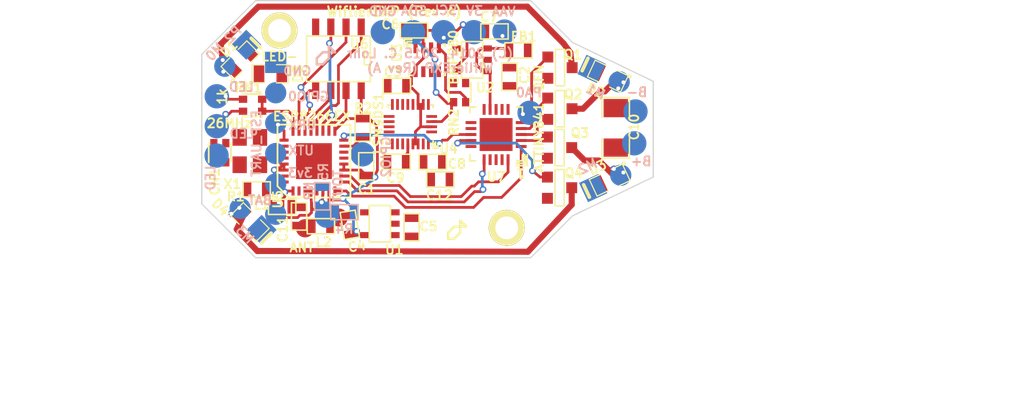
<source format=kicad_pcb>

(kicad_pcb
  (version 3)
  (host pcbnew "(2013-jul-07)-stable")
  (general
    (links 156)
    (no_connects 0)
    (area 29.172414 49.125999 113.600986 81.278)
    (thickness 1.6)
    (drawings 43)
    (tracks 833)
    (zones 0)
    (modules 61)
    (nets 42))
  (page User 139.7 139.7)
  (title_block
    (title Wiflier)
    (rev -))
  (layers
    (15 F.Cu signal)
    (0 B.Cu signal)
    (16 B.Adhes user)
    (17 F.Adhes user)
    (18 B.Paste user)
    (19 F.Paste user)
    (20 B.SilkS user)
    (21 F.SilkS user)
    (22 B.Mask user)
    (23 F.Mask user)
    (24 Dwgs.User user)
    (25 Cmts.User user)
    (26 Eco1.User user)
    (27 Eco2.User user)
    (28 Edge.Cuts user))
  (setup
    (last_trace_width 0.2286)
    (trace_clearance 0.19812)
    (zone_clearance 0.254)
    (zone_45_only no)
    (trace_min 0.01778)
    (segment_width 0.2)
    (edge_width 0.1)
    (via_size 0.5588)
    (via_drill 0.3302)
    (via_min_size 0.5588)
    (via_min_drill 0.2032)
    (uvia_size 0.508)
    (uvia_drill 0.127)
    (uvias_allowed no)
    (uvia_min_size 0.01778)
    (uvia_min_drill 0.127)
    (pcb_text_width 0.3)
    (pcb_text_size 1.5 1.5)
    (mod_edge_width 0.15)
    (mod_text_size 0.762 0.762)
    (mod_text_width 0.1524)
    (pad_size 1.5 1.5)
    (pad_drill 0)
    (pad_to_mask_clearance 0.06858)
    (aux_axis_origin 0 0)
    (visible_elements FFFFFFEF)
    (pcbplotparams
      (layerselection 284721153)
      (usegerberextensions true)
      (excludeedgelayer false)
      (linewidth 0.15)
      (plotframeref false)
      (viasonmask false)
      (mode 1)
      (useauxorigin false)
      (hpglpennumber 1)
      (hpglpenspeed 20)
      (hpglpendiameter 15)
      (hpglpenoverlay 2)
      (psnegative false)
      (psa4output false)
      (plotreference true)
      (plotvalue true)
      (plotothertext true)
      (plotinvisibletext false)
      (padsonsilk false)
      (subtractmaskfromsilk false)
      (outputformat 1)
      (mirror false)
      (drillshape 0)
      (scaleselection 1)
      (outputdirectory wiflierEXPA)))
  (net 0 "")
  (net 1 +3.3V)
  (net 2 +3.3VP)
  (net 3 +BATT)
  (net 4 AVRMISO)
  (net 5 AVRMOSI)
  (net 6 AVRRST)
  (net 7 AVRSCK)
  (net 8 GND)
  (net 9 GP5)
  (net 10 GPIO0)
  (net 11 GPIO2)
  (net 12 M0P)
  (net 13 M1P)
  (net 14 M2P)
  (net 15 M3P)
  (net 16 MTR0)
  (net 17 MTR1)
  (net 18 MTR2)
  (net 19 MTR3)
  (net 20 N-0000020)
  (net 21 N-0000021)
  (net 22 N-000003)
  (net 23 N-0000040)
  (net 24 N-0000041)
  (net 25 N-0000043)
  (net 26 N-0000044)
  (net 27 N-0000047)
  (net 28 N-0000048)
  (net 29 N-0000052)
  (net 30 N-0000053)
  (net 31 N-0000054)
  (net 32 N-0000055)
  (net 33 N-000006)
  (net 34 N-000007)
  (net 35 N-000008)
  (net 36 SCL)
  (net 37 SDA)
  (net 38 TOUT)
  (net 39 URX)
  (net 40 UTX)
  (net 41 VAA)
  (net_class Default "This is the default net class."
    (clearance 0.19812)
    (trace_width 0.2286)
    (via_dia 0.5588)
    (via_drill 0.3302)
    (uvia_dia 0.508)
    (uvia_drill 0.127)
    (add_net "")
    (add_net +3.3V)
    (add_net +3.3VP)
    (add_net +BATT)
    (add_net AVRMISO)
    (add_net AVRMOSI)
    (add_net AVRRST)
    (add_net AVRSCK)
    (add_net GND)
    (add_net GP5)
    (add_net GPIO0)
    (add_net GPIO2)
    (add_net MTR0)
    (add_net MTR1)
    (add_net MTR2)
    (add_net MTR3)
    (add_net N-0000020)
    (add_net N-0000021)
    (add_net N-000003)
    (add_net N-0000040)
    (add_net N-0000041)
    (add_net N-0000043)
    (add_net N-0000044)
    (add_net N-0000047)
    (add_net N-0000048)
    (add_net N-0000052)
    (add_net N-0000053)
    (add_net N-0000054)
    (add_net N-0000055)
    (add_net N-000006)
    (add_net N-000007)
    (add_net N-000008)
    (add_net SCL)
    (add_net SDA)
    (add_net TOUT)
    (add_net URX)
    (add_net UTX)
    (add_net VAA))
  (net_class MP ""
    (clearance 0.2286)
    (trace_width 0.508)
    (via_dia 0.5588)
    (via_drill 0.3302)
    (uvia_dia 0.508)
    (uvia_drill 0.127)
    (add_net M0P)
    (add_net M1P)
    (add_net M2P)
    (add_net M3P))
  (module QFN20
    (layer F.Cu)
    (tedit 558B0481)
    (tstamp 54D2AE15)
    (at 70.0532 60.3758 180)
    (path /54D2AD06)
    (fp_text reference U7
      (at -0.0127 -3.5306 180)
      (layer F.SilkS)
      (effects
        (font
          (size 0.762 0.762)
          (thickness 0.1524))))
    (fp_text value ATTINY841-QFN
      (at -3.58648 1.34366 270)
      (layer F.SilkS)
      (effects
        (font
          (size 0.762 0.762)
          (thickness 0.1524))))
    (fp_line
      (start -1.7 -2.6)
      (end -2.6 -2.6)
      (layer F.SilkS)
      (width 0.15))
    (fp_line
      (start -2.6 -2.6)
      (end -2.6 -1.7)
      (layer F.SilkS)
      (width 0.15))
    (fp_line
      (start -1.7 -2.4)
      (end -1.8 -2.4)
      (layer F.SilkS)
      (width 0.15))
    (fp_line
      (start -2.4 -1.7)
      (end -2.4 -2.4)
      (layer F.SilkS)
      (width 0.15))
    (fp_line
      (start -2.4 -2.4)
      (end -1.8 -2.4)
      (layer F.SilkS)
      (width 0.15))
    (fp_line
      (start -2.2 1.8)
      (end -2.2 2.3)
      (layer F.SilkS)
      (width 0.15))
    (fp_line
      (start -2.2 2.3)
      (end -1.7 2.3)
      (layer F.SilkS)
      (width 0.15))
    (fp_line
      (start 2.2 2.3)
      (end 1.7 2.3)
      (layer F.SilkS)
      (width 0.15))
    (fp_line
      (start 2.2 2.3)
      (end 2.2 1.8)
      (layer F.SilkS)
      (width 0.15))
    (fp_line
      (start 1.7 -2.2)
      (end 2.2 -2.2)
      (layer F.SilkS)
      (width 0.15))
    (fp_line
      (start 2.2 -2.2)
      (end 2.2 -1.7)
      (layer F.SilkS)
      (width 0.15))
    (fp_line
      (start -2.2 -2.2)
      (end -2.2 -1.7)
      (layer F.SilkS)
      (width 0.15))
    (fp_line
      (start -2.2 -2.2)
      (end -1.7 -2.2)
      (layer F.SilkS)
      (width 0.15))
    (pad 21 smd rect
      (at 0 0 180)
      (size 2.75 2.75)
      (layers F.Cu F.Paste F.Mask))
    (pad 1 smd rect
      (at -2.1 -1 180)
      (size 0.9 0.25)
      (layers F.Cu F.Paste F.Mask)
      (net 7 AVRSCK))
    (pad 2 smd rect
      (at -2.1 -0.5 180)
      (size 0.9 0.25)
      (layers F.Cu F.Paste F.Mask)
      (net 18 MTR2))
    (pad 3 smd rect
      (at -2.1 0 180)
      (size 0.9 0.25)
      (layers F.Cu F.Paste F.Mask)
      (net 17 MTR1))
    (pad 4 smd rect
      (at -2.1 0.5 180)
      (size 0.9 0.25)
      (layers F.Cu F.Paste F.Mask)
      (net 16 MTR0))
    (pad 5 smd rect
      (at -2.1 1 180)
      (size 0.9 0.25)
      (layers F.Cu F.Paste F.Mask)
      (net 22 N-000003))
    (pad 6 smd rect
      (at -1 2.1 270)
      (size 0.9 0.25)
      (layers F.Cu F.Paste F.Mask))
    (pad 7 smd rect
      (at -0.5 2.1 270)
      (size 0.9 0.25)
      (layers F.Cu F.Paste F.Mask))
    (pad 8 smd rect
      (at 0 2.1 270)
      (size 0.9 0.25)
      (layers F.Cu F.Paste F.Mask))
    (pad 9 smd rect
      (at 0.5 2.1 270)
      (size 0.9 0.25)
      (layers F.Cu F.Paste F.Mask)
      (net 41 VAA))
    (pad 10 smd rect
      (at 1 2.1 270)
      (size 0.9 0.25)
      (layers F.Cu F.Paste F.Mask))
    (pad 11 smd rect
      (at 2.1 1)
      (size 0.9 0.25)
      (layers F.Cu F.Paste F.Mask))
    (pad 12 smd rect
      (at 2.1 0.5)
      (size 0.9 0.25)
      (layers F.Cu F.Paste F.Mask))
    (pad 13 smd rect
      (at 2.1 0)
      (size 0.9 0.25)
      (layers F.Cu F.Paste F.Mask)
      (net 6 AVRRST))
    (pad 14 smd rect
      (at 2.1 -0.5)
      (size 0.9 0.25)
      (layers F.Cu F.Paste F.Mask)
      (net 19 MTR3))
    (pad 15 smd rect
      (at 2.1 -1)
      (size 0.9 0.25)
      (layers F.Cu F.Paste F.Mask))
    (pad 16 smd rect
      (at 1 -2.1 90)
      (size 0.9 0.25)
      (layers F.Cu F.Paste F.Mask)
      (net 5 AVRMOSI))
    (pad 17 smd rect
      (at 0.5 -2.1 90)
      (size 0.9 0.25)
      (layers F.Cu F.Paste F.Mask))
    (pad 18 smd rect
      (at 0 -2.1 90)
      (size 0.9 0.25)
      (layers F.Cu F.Paste F.Mask))
    (pad 19 smd rect
      (at -0.5 -2.1 90)
      (size 0.9 0.25)
      (layers F.Cu F.Paste F.Mask))
    (pad 20 smd rect
      (at -1 -2.1 90)
      (size 0.9 0.25)
      (layers F.Cu F.Paste F.Mask)
      (net 4 AVRMISO)))
  (module XTAL4P
    (layer F.Cu)
    (tedit 556F2137)
    (tstamp 54D42D43)
    (at 50.31486 60.61456 270)
    (path /54A196FB)
    (fp_text reference X1
      (at 3.90144 2.30886 360)
      (layer F.SilkS)
      (effects
        (font
          (size 0.762 0.762)
          (thickness 0.1524))))
    (fp_text value 26MHz
      (at -1.18094 2.56752 360)
      (layer F.SilkS)
      (effects
        (font
          (size 0.762 0.762)
          (thickness 0.1524))))
    (pad 4 smd rect
      (at 0 0 270)
      (size 1.397 1.1938)
      (layers F.Cu F.Paste F.Mask))
    (pad 1 smd rect
      (at 0 1.7018 270)
      (size 1.397 1.1938)
      (layers F.Cu F.Paste F.Mask))
    (pad 3 smd rect
      (at 2.286 1.7018 270)
      (size 1.397 1.1938)
      (layers F.Cu F.Paste F.Mask))
    (pad 2 smd rect
      (at 2.286 0 270)
      (size 1.397 1.1938)
      (layers F.Cu F.Paste F.Mask)))
  (module SOT23GDS
    (layer F.Cu)
    (tedit 54D38F9A)
    (tstamp 54D386EF)
    (at 75.3872 58.2168 90)
    (descr "Module CMS SOT23 Transistore EBC")
    (tags "CMS SOT")
    (path /54A1CC49)
    (attr smd)
    (fp_text reference Q2
      (at 1.1938 1.1176 180)
      (layer F.SilkS)
      (effects
        (font
          (size 0.762 0.762)
          (thickness 0.1524))))
    (fp_text value 7A_20V
      (at 0 0 90)
      (layer F.SilkS) hide
      (effects
        (font
          (size 0.762 0.762)
          (thickness 0.1524))))
    (fp_line
      (start -1.524 -0.381)
      (end 1.524 -0.381)
      (layer F.SilkS)
      (width 0.11938))
    (fp_line
      (start 1.524 -0.381)
      (end 1.524 0.381)
      (layer F.SilkS)
      (width 0.11938))
    (fp_line
      (start 1.524 0.381)
      (end -1.524 0.381)
      (layer F.SilkS)
      (width 0.11938))
    (fp_line
      (start -1.524 0.381)
      (end -1.524 -0.381)
      (layer F.SilkS)
      (width 0.11938))
    (pad S smd rect
      (at -0.889 -1.016 90)
      (size 0.9144 0.9144)
      (layers F.Cu F.Paste F.Mask))
    (pad G smd rect
      (at 0.889 -1.016 90)
      (size 0.9144 0.9144)
      (layers F.Cu F.Paste F.Mask)
      (net 17 MTR1))
    (pad D smd rect
      (at 0 1.016 90)
      (size 0.9144 0.9144)
      (layers F.Cu F.Paste F.Mask)
      (net 13 M1P))
    (model smd/cms_sot23.wrl
      (at
        (xyz 0 0 0))
      (scale
        (xyz 0.13 0.15 0.15))
      (rotate
        (xyz 0 0 0))))
  (module SOT23GDS
    (layer F.Cu)
    (tedit 54D38F9F)
    (tstamp 54A255A8)
    (at 75.39736 54.78272 90)
    (descr "Module CMS SOT23 Transistore EBC")
    (tags "CMS SOT")
    (path /54A1CC26)
    (attr smd)
    (fp_text reference Q1
      (at 1.08712 1.06934 180)
      (layer F.SilkS)
      (effects
        (font
          (size 0.762 0.762)
          (thickness 0.1524))))
    (fp_text value 7A_20V
      (at 0 0 90)
      (layer F.SilkS) hide
      (effects
        (font
          (size 0.762 0.762)
          (thickness 0.1524))))
    (fp_line
      (start -1.524 -0.381)
      (end 1.524 -0.381)
      (layer F.SilkS)
      (width 0.11938))
    (fp_line
      (start 1.524 -0.381)
      (end 1.524 0.381)
      (layer F.SilkS)
      (width 0.11938))
    (fp_line
      (start 1.524 0.381)
      (end -1.524 0.381)
      (layer F.SilkS)
      (width 0.11938))
    (fp_line
      (start -1.524 0.381)
      (end -1.524 -0.381)
      (layer F.SilkS)
      (width 0.11938))
    (pad S smd rect
      (at -0.889 -1.016 90)
      (size 0.9144 0.9144)
      (layers F.Cu F.Paste F.Mask))
    (pad G smd rect
      (at 0.889 -1.016 90)
      (size 0.9144 0.9144)
      (layers F.Cu F.Paste F.Mask)
      (net 16 MTR0))
    (pad D smd rect
      (at 0 1.016 90)
      (size 0.9144 0.9144)
      (layers F.Cu F.Paste F.Mask)
      (net 12 M0P))
    (model smd/cms_sot23.wrl
      (at
        (xyz 0 0 0))
      (scale
        (xyz 0.13 0.15 0.15))
      (rotate
        (xyz 0 0 0))))
  (module SOT23GDS
    (layer F.Cu)
    (tedit 556DF255)
    (tstamp 54D386E3)
    (at 75.3618 61.468 90)
    (descr "Module CMS SOT23 Transistore EBC")
    (tags "CMS SOT")
    (path /54A1CC7A)
    (attr smd)
    (fp_text reference Q3
      (at 1.2192 1.7018 180)
      (layer F.SilkS)
      (effects
        (font
          (size 0.762 0.762)
          (thickness 0.1524))))
    (fp_text value 7A_20V
      (at 0 0 90)
      (layer F.SilkS) hide
      (effects
        (font
          (size 0.762 0.762)
          (thickness 0.1524))))
    (fp_line
      (start -1.524 -0.381)
      (end 1.524 -0.381)
      (layer F.SilkS)
      (width 0.11938))
    (fp_line
      (start 1.524 -0.381)
      (end 1.524 0.381)
      (layer F.SilkS)
      (width 0.11938))
    (fp_line
      (start 1.524 0.381)
      (end -1.524 0.381)
      (layer F.SilkS)
      (width 0.11938))
    (fp_line
      (start -1.524 0.381)
      (end -1.524 -0.381)
      (layer F.SilkS)
      (width 0.11938))
    (pad S smd rect
      (at -0.889 -1.016 90)
      (size 0.9144 0.9144)
      (layers F.Cu F.Paste F.Mask))
    (pad G smd rect
      (at 0.889 -1.016 90)
      (size 0.9144 0.9144)
      (layers F.Cu F.Paste F.Mask)
      (net 18 MTR2))
    (pad D smd rect
      (at 0 1.016 90)
      (size 0.9144 0.9144)
      (layers F.Cu F.Paste F.Mask)
      (net 14 M2P))
    (model smd/cms_sot23.wrl
      (at
        (xyz 0 0 0))
      (scale
        (xyz 0.13 0.15 0.15))
      (rotate
        (xyz 0 0 0))))
  (module SOT23GDS
    (layer F.Cu)
    (tedit 54D38F98)
    (tstamp 54D386D7)
    (at 75.3618 64.8208 90)
    (descr "Module CMS SOT23 Transistore EBC")
    (tags "CMS SOT")
    (path /54A1CC80)
    (attr smd)
    (fp_text reference Q4
      (at 1.2192 1.1938 180)
      (layer F.SilkS)
      (effects
        (font
          (size 0.762 0.762)
          (thickness 0.1524))))
    (fp_text value 7A_20V
      (at 0 0 90)
      (layer F.SilkS) hide
      (effects
        (font
          (size 0.762 0.762)
          (thickness 0.1524))))
    (fp_line
      (start -1.524 -0.381)
      (end 1.524 -0.381)
      (layer F.SilkS)
      (width 0.11938))
    (fp_line
      (start 1.524 -0.381)
      (end 1.524 0.381)
      (layer F.SilkS)
      (width 0.11938))
    (fp_line
      (start 1.524 0.381)
      (end -1.524 0.381)
      (layer F.SilkS)
      (width 0.11938))
    (fp_line
      (start -1.524 0.381)
      (end -1.524 -0.381)
      (layer F.SilkS)
      (width 0.11938))
    (pad S smd rect
      (at -0.889 -1.016 90)
      (size 0.9144 0.9144)
      (layers F.Cu F.Paste F.Mask))
    (pad G smd rect
      (at 0.889 -1.016 90)
      (size 0.9144 0.9144)
      (layers F.Cu F.Paste F.Mask)
      (net 19 MTR3))
    (pad D smd rect
      (at 0 1.016 90)
      (size 0.9144 0.9144)
      (layers F.Cu F.Paste F.Mask)
      (net 15 M3P))
    (model smd/cms_sot23.wrl
      (at
        (xyz 0 0 0))
      (scale
        (xyz 0.13 0.15 0.15))
      (rotate
        (xyz 0 0 0))))
  (module SOT23-5
    (layer F.Cu)
    (tedit 558B04A7)
    (tstamp 54D44403)
    (at 68.0466 54.1274 90)
    (path /54A1BF25)
    (attr smd)
    (fp_text reference U2
      (at -2.3241 1.09982 180)
      (layer F.SilkS)
      (effects
        (font
          (size 0.762 0.762)
          (thickness 0.1524))))
    (fp_text value MCP1824/3.0
      (at 0 0 90)
      (layer F.SilkS) hide
      (effects
        (font
          (size 0.762 0.762)
          (thickness 0.1524))))
    (fp_line
      (start 1.524 -0.889)
      (end 1.524 0.889)
      (layer F.SilkS)
      (width 0.127))
    (fp_line
      (start 1.524 0.889)
      (end -1.524 0.889)
      (layer F.SilkS)
      (width 0.127))
    (fp_line
      (start -1.524 0.889)
      (end -1.524 -0.889)
      (layer F.SilkS)
      (width 0.127))
    (fp_line
      (start -1.524 -0.889)
      (end 1.524 -0.889)
      (layer F.SilkS)
      (width 0.127))
    (pad 1 smd rect
      (at -0.9525 1.27 90)
      (size 0.508 0.762)
      (layers F.Cu F.Paste F.Mask)
      (net 41 VAA))
    (pad 3 smd rect
      (at 0.9525 1.27 90)
      (size 0.508 0.762)
      (layers F.Cu F.Paste F.Mask)
      (net 41 VAA))
    (pad 5 smd rect
      (at -0.9525 -1.27 90)
      (size 0.508 0.762)
      (layers F.Cu F.Paste F.Mask)
      (net 2 +3.3VP))
    (pad 2 smd rect
      (at 0 1.27 90)
      (size 0.508 0.762)
      (layers F.Cu F.Paste F.Mask))
    (pad 4 smd rect
      (at 0.9525 -1.27 90)
      (size 0.508 0.762)
      (layers F.Cu F.Paste F.Mask))
    (model smd/SOT23_5.wrl
      (at
        (xyz 0 0 0))
      (scale
        (xyz 0.1 0.1 0.1))
      (rotate
        (xyz 0 0 0))))
  (module SOT23-5
    (layer F.Cu)
    (tedit 556F19BE)
    (tstamp 54A255D8)
    (at 60.33516 67.83324 90)
    (path /54A1AD3D)
    (attr smd)
    (fp_text reference U1
      (at -2.18186 1.21158 180)
      (layer F.SilkS)
      (effects
        (font
          (size 0.762 0.762)
          (thickness 0.1524))))
    (fp_text value MCP1824/3.3
      (at -2.12598 3.1877 180)
      (layer F.SilkS) hide
      (effects
        (font
          (size 0.762 0.762)
          (thickness 0.1524))))
    (fp_line
      (start 1.524 -0.889)
      (end 1.524 0.889)
      (layer F.SilkS)
      (width 0.127))
    (fp_line
      (start 1.524 0.889)
      (end -1.524 0.889)
      (layer F.SilkS)
      (width 0.127))
    (fp_line
      (start -1.524 0.889)
      (end -1.524 -0.889)
      (layer F.SilkS)
      (width 0.127))
    (fp_line
      (start -1.524 -0.889)
      (end 1.524 -0.889)
      (layer F.SilkS)
      (width 0.127))
    (pad 1 smd rect
      (at -0.9525 1.27 90)
      (size 0.508 0.762)
      (layers F.Cu F.Paste F.Mask))
    (pad 3 smd rect
      (at 0.9525 1.27 90)
      (size 0.508 0.762)
      (layers F.Cu F.Paste F.Mask))
    (pad 5 smd rect
      (at -0.9525 -1.27 90)
      (size 0.508 0.762)
      (layers F.Cu F.Paste F.Mask)
      (net 1 +3.3V))
    (pad 2 smd rect
      (at 0 1.27 90)
      (size 0.508 0.762)
      (layers F.Cu F.Paste F.Mask))
    (pad 4 smd rect
      (at 0.9525 -1.27 90)
      (size 0.508 0.762)
      (layers F.Cu F.Paste F.Mask))
    (model smd/SOT23_5.wrl
      (at
        (xyz 0 0 0))
      (scale
        (xyz 0.1 0.1 0.1))
      (rotate
        (xyz 0 0 0))))
  (module SO8E
    (layer F.Cu)
    (tedit 54D390E3)
    (tstamp 54A255EC)
    (at 56.8706 54.04358 180)
    (descr "module CMS SOJ 8 pins etroit")
    (tags "CMS SOJ")
    (path /54A19351)
    (attr smd)
    (fp_text reference U6
      (at -1.7421 1.2237 180)
      (layer F.SilkS)
      (effects
        (font
          (size 0.762 0.762)
          (thickness 0.1524))))
    (fp_text value W25Q80DV
      (at -0.38356 0.189 180)
      (layer F.SilkS) hide
      (effects
        (font
          (size 0.762 0.762)
          (thickness 0.1524))))
    (fp_line
      (start -2.667 1.778)
      (end -2.667 1.905)
      (layer F.SilkS)
      (width 0.127))
    (fp_line
      (start -2.667 1.905)
      (end 2.667 1.905)
      (layer F.SilkS)
      (width 0.127))
    (fp_line
      (start 2.667 -1.905)
      (end -2.667 -1.905)
      (layer F.SilkS)
      (width 0.127))
    (fp_line
      (start -2.667 -1.905)
      (end -2.667 1.778)
      (layer F.SilkS)
      (width 0.127))
    (fp_line
      (start -2.667 -0.508)
      (end -2.159 -0.508)
      (layer F.SilkS)
      (width 0.127))
    (fp_line
      (start -2.159 -0.508)
      (end -2.159 0.508)
      (layer F.SilkS)
      (width 0.127))
    (fp_line
      (start -2.159 0.508)
      (end -2.667 0.508)
      (layer F.SilkS)
      (width 0.127))
    (fp_line
      (start 2.667 -1.905)
      (end 2.667 1.905)
      (layer F.SilkS)
      (width 0.127))
    (pad 8 smd rect
      (at -1.905 -2.667 180)
      (size 0.59944 1.39954)
      (layers F.Cu F.Paste F.Mask)
      (net 1 +3.3V))
    (pad 1 smd rect
      (at -1.905 2.667 180)
      (size 0.59944 1.39954)
      (layers F.Cu F.Paste F.Mask)
      (net 25 N-0000043))
    (pad 7 smd rect
      (at -0.635 -2.667 180)
      (size 0.59944 1.39954)
      (layers F.Cu F.Paste F.Mask)
      (net 31 N-0000054))
    (pad 6 smd rect
      (at 0.635 -2.667 180)
      (size 0.59944 1.39954)
      (layers F.Cu F.Paste F.Mask)
      (net 26 N-0000044))
    (pad 5 smd rect
      (at 1.905 -2.667 180)
      (size 0.59944 1.39954)
      (layers F.Cu F.Paste F.Mask)
      (net 28 N-0000048))
    (pad 2 smd rect
      (at -0.635 2.667 180)
      (size 0.59944 1.39954)
      (layers F.Cu F.Paste F.Mask)
      (net 27 N-0000047))
    (pad 3 smd rect
      (at 0.635 2.667 180)
      (size 0.59944 1.39954)
      (layers F.Cu F.Paste F.Mask)
      (net 30 N-0000053))
    (pad 4 smd rect
      (at 1.905 2.667 180)
      (size 0.59944 1.39954)
      (layers F.Cu F.Paste F.Mask))
    (model smd/cms_so8.wrl
      (at
        (xyz 0 0 0))
      (scale
        (xyz 0.5 0.32 0.5))
      (rotate
        (xyz 0 0 0))))
  (module SM1206
    (layer F.Cu)
    (tedit 54A2F60C)
    (tstamp 54A255F8)
    (at 80.0608 59.817 90)
    (path /54A1B79D)
    (attr smd)
    (fp_text reference C10
      (at 0.071 1.5352 90)
      (layer F.SilkS)
      (effects
        (font
          (size 0.762 0.762)
          (thickness 0.1524))))
    (fp_text value 100uF
      (at 0 0 90)
      (layer F.SilkS) hide
      (effects
        (font
          (size 0.762 0.762)
          (thickness 0.1524))))
    (fp_line
      (start -2.54 -1.143)
      (end -2.54 1.143)
      (layer F.SilkS)
      (width 0.127))
    (fp_line
      (start -2.54 1.143)
      (end -0.889 1.143)
      (layer F.SilkS)
      (width 0.127))
    (fp_line
      (start 0.889 -1.143)
      (end 2.54 -1.143)
      (layer F.SilkS)
      (width 0.127))
    (fp_line
      (start 2.54 -1.143)
      (end 2.54 1.143)
      (layer F.SilkS)
      (width 0.127))
    (fp_line
      (start 2.54 1.143)
      (end 0.889 1.143)
      (layer F.SilkS)
      (width 0.127))
    (fp_line
      (start -0.889 -1.143)
      (end -2.54 -1.143)
      (layer F.SilkS)
      (width 0.127))
    (pad 1 smd rect
      (at -1.651 0 90)
      (size 1.524 2.032)
      (layers F.Cu F.Paste F.Mask))
    (pad 2 smd rect
      (at 1.651 0 90)
      (size 1.524 2.032)
      (layers F.Cu F.Paste F.Mask))
    (model smd/chip_cms.wrl
      (at
        (xyz 0 0 0))
      (scale
        (xyz 0.17 0.16 0.16))
      (rotate
        (xyz 0 0 0))))
  (module SM0603
    (layer F.Cu)
    (tedit 558B0BCB)
    (tstamp 55886C5C)
    (at 55.40502 68.03898)
    (path /54A24CA4)
    (attr smd)
    (fp_text reference L2
      (at 0.22606 1.33096)
      (layer F.SilkS)
      (effects
        (font
          (size 0.762 0.762)
          (thickness 0.1524))))
    (fp_text value NP
      (at 0 0)
      (layer F.SilkS) hide
      (effects
        (font
          (size 0.762 0.762)
          (thickness 0.1524))))
    (fp_line
      (start -1.143 -0.635)
      (end 1.143 -0.635)
      (layer F.SilkS)
      (width 0.127))
    (fp_line
      (start 1.143 -0.635)
      (end 1.143 0.635)
      (layer F.SilkS)
      (width 0.127))
    (fp_line
      (start 1.143 0.635)
      (end -1.143 0.635)
      (layer F.SilkS)
      (width 0.127))
    (fp_line
      (start -1.143 0.635)
      (end -1.143 -0.635)
      (layer F.SilkS)
      (width 0.127))
    (pad 1 smd rect
      (at -0.762 0)
      (size 0.635 1.143)
      (layers F.Cu F.Paste F.Mask))
    (pad 2 smd rect
      (at 0.762 0)
      (size 0.635 1.143)
      (layers F.Cu F.Paste F.Mask))
    (model smd\resistors\R0603.wrl
      (at
        (xyz 0 0 0.001))
      (scale
        (xyz 0.5 0.5 0.5))
      (rotate
        (xyz 0 0 0))))
  (module SM0603
    (layer F.Cu)
    (tedit 558B047F)
    (tstamp 54A2562C)
    (at 64.75476 62.66688 180)
    (path /54A1C074)
    (attr smd)
    (fp_text reference C8
      (at -2.0193 -0.1651 180)
      (layer F.SilkS)
      (effects
        (font
          (size 0.762 0.762)
          (thickness 0.1524))))
    (fp_text value .1u
      (at 0 0 180)
      (layer F.SilkS) hide
      (effects
        (font
          (size 0.762 0.762)
          (thickness 0.1524))))
    (fp_line
      (start -1.143 -0.635)
      (end 1.143 -0.635)
      (layer F.SilkS)
      (width 0.127))
    (fp_line
      (start 1.143 -0.635)
      (end 1.143 0.635)
      (layer F.SilkS)
      (width 0.127))
    (fp_line
      (start 1.143 0.635)
      (end -1.143 0.635)
      (layer F.SilkS)
      (width 0.127))
    (fp_line
      (start -1.143 0.635)
      (end -1.143 -0.635)
      (layer F.SilkS)
      (width 0.127))
    (pad 1 smd rect
      (at -0.762 0 180)
      (size 0.635 1.143)
      (layers F.Cu F.Paste F.Mask))
    (pad 2 smd rect
      (at 0.762 0 180)
      (size 0.635 1.143)
      (layers F.Cu F.Paste F.Mask))
    (model smd\resistors\R0603.wrl
      (at
        (xyz 0 0 0.001))
      (scale
        (xyz 0.5 0.5 0.5))
      (rotate
        (xyz 0 0 0))))
  (module SM0603
    (layer F.Cu)
    (tedit 558B0483)
    (tstamp 54A25640)
    (at 61.73216 62.65672)
    (path /54A1B986)
    (attr smd)
    (fp_text reference C9
      (at -0.0889 1.35128)
      (layer F.SilkS)
      (effects
        (font
          (size 0.762 0.762)
          (thickness 0.1524))))
    (fp_text value 10nF
      (at 0 0)
      (layer F.SilkS) hide
      (effects
        (font
          (size 0.762 0.762)
          (thickness 0.1524))))
    (fp_line
      (start -1.143 -0.635)
      (end 1.143 -0.635)
      (layer F.SilkS)
      (width 0.127))
    (fp_line
      (start 1.143 -0.635)
      (end 1.143 0.635)
      (layer F.SilkS)
      (width 0.127))
    (fp_line
      (start 1.143 0.635)
      (end -1.143 0.635)
      (layer F.SilkS)
      (width 0.127))
    (fp_line
      (start -1.143 0.635)
      (end -1.143 -0.635)
      (layer F.SilkS)
      (width 0.127))
    (pad 1 smd rect
      (at -0.762 0)
      (size 0.635 1.143)
      (layers F.Cu F.Paste F.Mask))
    (pad 2 smd rect
      (at 0.762 0)
      (size 0.635 1.143)
      (layers F.Cu F.Paste F.Mask)
      (net 35 N-000008))
    (model smd\resistors\R0603.wrl
      (at
        (xyz 0 0 0.001))
      (scale
        (xyz 0.5 0.5 0.5))
      (rotate
        (xyz 0 0 0))))
  (module SM0603
    (layer F.Cu)
    (tedit 558B0498)
    (tstamp 54A25654)
    (at 63.19012 51.66868 180)
    (path /54A1CC50)
    (attr smd)
    (fp_text reference C6
      (at 1.97104 0.508 180)
      (layer F.SilkS)
      (effects
        (font
          (size 0.762 0.762)
          (thickness 0.1524))))
    (fp_text value .1u
      (at 0 0 180)
      (layer F.SilkS) hide
      (effects
        (font
          (size 0.762 0.762)
          (thickness 0.1524))))
    (fp_line
      (start -1.143 -0.635)
      (end 1.143 -0.635)
      (layer F.SilkS)
      (width 0.127))
    (fp_line
      (start 1.143 -0.635)
      (end 1.143 0.635)
      (layer F.SilkS)
      (width 0.127))
    (fp_line
      (start 1.143 0.635)
      (end -1.143 0.635)
      (layer F.SilkS)
      (width 0.127))
    (fp_line
      (start -1.143 0.635)
      (end -1.143 -0.635)
      (layer F.SilkS)
      (width 0.127))
    (pad 1 smd rect
      (at -0.762 0 180)
      (size 0.635 1.143)
      (layers F.Cu F.Paste F.Mask)
      (net 2 +3.3VP))
    (pad 2 smd rect
      (at 0.762 0 180)
      (size 0.635 1.143)
      (layers F.Cu F.Paste F.Mask))
    (model smd\resistors\R0603.wrl
      (at
        (xyz 0 0 0.001))
      (scale
        (xyz 0.5 0.5 0.5))
      (rotate
        (xyz 0 0 0))))
  (module SM0603
    (layer F.Cu)
    (tedit 558B048D)
    (tstamp 54A25668)
    (at 61.75756 56.30418 180)
    (path /54A1BF47)
    (attr smd)
    (fp_text reference C3
      (at 0.33274 1.15062 180)
      (layer F.SilkS)
      (effects
        (font
          (size 0.762 0.762)
          (thickness 0.1524))))
    (fp_text value 10uF
      (at 0 0 180)
      (layer F.SilkS) hide
      (effects
        (font
          (size 0.762 0.762)
          (thickness 0.1524))))
    (fp_line
      (start -1.143 -0.635)
      (end 1.143 -0.635)
      (layer F.SilkS)
      (width 0.127))
    (fp_line
      (start 1.143 -0.635)
      (end 1.143 0.635)
      (layer F.SilkS)
      (width 0.127))
    (fp_line
      (start 1.143 0.635)
      (end -1.143 0.635)
      (layer F.SilkS)
      (width 0.127))
    (fp_line
      (start -1.143 0.635)
      (end -1.143 -0.635)
      (layer F.SilkS)
      (width 0.127))
    (pad 1 smd rect
      (at -0.762 0 180)
      (size 0.635 1.143)
      (layers F.Cu F.Paste F.Mask))
    (pad 2 smd rect
      (at 0.762 0 180)
      (size 0.635 1.143)
      (layers F.Cu F.Paste F.Mask))
    (model smd\resistors\R0603.wrl
      (at
        (xyz 0 0 0.001))
      (scale
        (xyz 0.5 0.5 0.5))
      (rotate
        (xyz 0 0 0))))
  (module SM0603
    (layer F.Cu)
    (tedit 558B0BD7)
    (tstamp 54D42CF6)
    (at 52.16652 66.42354 180)
    (path /54A24F6F)
    (attr smd)
    (fp_text reference L1
      (at 1.72466 0.18542 180)
      (layer F.SilkS)
      (effects
        (font
          (size 0.762 0.762)
          (thickness 0.1524))))
    (fp_text value NP
      (at -0.15494 -1.02108 180)
      (layer F.SilkS) hide
      (effects
        (font
          (size 0.762 0.762)
          (thickness 0.1524))))
    (fp_line
      (start -1.143 -0.635)
      (end 1.143 -0.635)
      (layer F.SilkS)
      (width 0.127))
    (fp_line
      (start 1.143 -0.635)
      (end 1.143 0.635)
      (layer F.SilkS)
      (width 0.127))
    (fp_line
      (start 1.143 0.635)
      (end -1.143 0.635)
      (layer F.SilkS)
      (width 0.127))
    (fp_line
      (start -1.143 0.635)
      (end -1.143 -0.635)
      (layer F.SilkS)
      (width 0.127))
    (pad 1 smd rect
      (at -0.762 0 180)
      (size 0.635 1.143)
      (layers F.Cu F.Paste F.Mask)
      (net 20 N-0000020))
    (pad 2 smd rect
      (at 0.762 0 180)
      (size 0.635 1.143)
      (layers F.Cu F.Paste F.Mask))
    (model smd\resistors\R0603.wrl
      (at
        (xyz 0 0 0.001))
      (scale
        (xyz 0.5 0.5 0.5))
      (rotate
        (xyz 0 0 0))))
  (module SM0603
    (layer F.Cu)
    (tedit 556F19B5)
    (tstamp 54A2567C)
    (at 59.19978 63.03772 90)
    (path /54A1B797)
    (attr smd)
    (fp_text reference C1
      (at -1.89484 0.04318 180)
      (layer F.SilkS)
      (effects
        (font
          (size 0.762 0.762)
          (thickness 0.1524))))
    (fp_text value 10uF
      (at 0 0 90)
      (layer F.SilkS) hide
      (effects
        (font
          (size 0.762 0.762)
          (thickness 0.1524))))
    (fp_line
      (start -1.143 -0.635)
      (end 1.143 -0.635)
      (layer F.SilkS)
      (width 0.127))
    (fp_line
      (start 1.143 -0.635)
      (end 1.143 0.635)
      (layer F.SilkS)
      (width 0.127))
    (fp_line
      (start 1.143 0.635)
      (end -1.143 0.635)
      (layer F.SilkS)
      (width 0.127))
    (fp_line
      (start -1.143 0.635)
      (end -1.143 -0.635)
      (layer F.SilkS)
      (width 0.127))
    (pad 1 smd rect
      (at -0.762 0 90)
      (size 0.635 1.143)
      (layers F.Cu F.Paste F.Mask)
      (net 1 +3.3V))
    (pad 2 smd rect
      (at 0.762 0 90)
      (size 0.635 1.143)
      (layers F.Cu F.Paste F.Mask))
    (model smd\resistors\R0603.wrl
      (at
        (xyz 0 0 0.001))
      (scale
        (xyz 0.5 0.5 0.5))
      (rotate
        (xyz 0 0 0))))
  (module SM0603
    (layer F.Cu)
    (tedit 558B04A3)
    (tstamp 54A25686)
    (at 71.17334 55.54472 270)
    (path /54A1B774)
    (attr smd)
    (fp_text reference C2
      (at -0.14224 -1.26238 270)
      (layer F.SilkS)
      (effects
        (font
          (size 0.762 0.762)
          (thickness 0.1524))))
    (fp_text value 10uF
      (at 0 0 270)
      (layer F.SilkS) hide
      (effects
        (font
          (size 0.762 0.762)
          (thickness 0.1524))))
    (fp_line
      (start -1.143 -0.635)
      (end 1.143 -0.635)
      (layer F.SilkS)
      (width 0.127))
    (fp_line
      (start 1.143 -0.635)
      (end 1.143 0.635)
      (layer F.SilkS)
      (width 0.127))
    (fp_line
      (start 1.143 0.635)
      (end -1.143 0.635)
      (layer F.SilkS)
      (width 0.127))
    (fp_line
      (start -1.143 0.635)
      (end -1.143 -0.635)
      (layer F.SilkS)
      (width 0.127))
    (pad 1 smd rect
      (at -0.762 0 270)
      (size 0.635 1.143)
      (layers F.Cu F.Paste F.Mask))
    (pad 2 smd rect
      (at 0.762 0 270)
      (size 0.635 1.143)
      (layers F.Cu F.Paste F.Mask))
    (model smd\resistors\R0603.wrl
      (at
        (xyz 0 0 0.001))
      (scale
        (xyz 0.5 0.5 0.5))
      (rotate
        (xyz 0 0 0))))
  (module SM0603
    (layer F.Cu)
    (tedit 558B0CC3)
    (tstamp 54D42D1E)
    (at 53.57622 67.22364 270)
    (path /54A249DB)
    (attr smd)
    (fp_text reference C11
      (at 1.05918 1.3716 270)
      (layer F.SilkS)
      (effects
        (font
          (size 0.762 0.762)
          (thickness 0.1524))))
    (fp_text value 5.6pF
      (at 0 0 270)
      (layer F.SilkS) hide
      (effects
        (font
          (size 0.762 0.762)
          (thickness 0.1524))))
    (fp_line
      (start -1.143 -0.635)
      (end 1.143 -0.635)
      (layer F.SilkS)
      (width 0.127))
    (fp_line
      (start 1.143 -0.635)
      (end 1.143 0.635)
      (layer F.SilkS)
      (width 0.127))
    (fp_line
      (start 1.143 0.635)
      (end -1.143 0.635)
      (layer F.SilkS)
      (width 0.127))
    (fp_line
      (start -1.143 0.635)
      (end -1.143 -0.635)
      (layer F.SilkS)
      (width 0.127))
    (pad 1 smd rect
      (at -0.762 0 270)
      (size 0.635 1.143)
      (layers F.Cu F.Paste F.Mask)
      (net 20 N-0000020))
    (pad 2 smd rect
      (at 0.762 0 270)
      (size 0.635 1.143)
      (layers F.Cu F.Paste F.Mask))
    (model smd\resistors\R0603.wrl
      (at
        (xyz 0 0 0.001))
      (scale
        (xyz 0.5 0.5 0.5))
      (rotate
        (xyz 0 0 0))))
  (module QFN32
    (layer F.Cu)
    (tedit 556F2142)
    (tstamp 54D44445)
    (at 54.8237 62.5972 90)
    (descr "Support CMS Plcc 32 pins")
    (tags "CMS Plcc")
    (path /54A176B1)
    (attr smd)
    (fp_text reference U5
      (at -3.19388 -3.01024 90)
      (layer F.SilkS)
      (effects
        (font
          (size 0.762 0.762)
          (thickness 0.1524))))
    (fp_text value ESP8266EX
      (at 3.74032 -0.17306 180)
      (layer F.SilkS)
      (effects
        (font
          (size 0.762 0.762)
          (thickness 0.1524))))
    (fp_line
      (start -2.0955 -3.048)
      (end 2.0955 -3.048)
      (layer F.SilkS)
      (width 0.1524))
    (fp_line
      (start 2.0955 -3.048)
      (end 3.048 -3.048)
      (layer F.SilkS)
      (width 0.1524))
    (fp_line
      (start 3.048 -3.048)
      (end 3.048 3.048)
      (layer F.SilkS)
      (width 0.1524))
    (fp_line
      (start 3.048 3.048)
      (end -3.048 3.048)
      (layer F.SilkS)
      (width 0.1524))
    (fp_line
      (start -3.048 3.048)
      (end -3.048 -2.0955)
      (layer F.SilkS)
      (width 0.1524))
    (fp_line
      (start -3.048 -2.0955)
      (end -2.0955 -3.048)
      (layer F.SilkS)
      (width 0.1524))
    (pad 31 smd rect
      (at -1.24968 -2.49936 90)
      (size 0.254 0.762)
      (layers F.Cu F.Paste F.Mask))
    (pad 30 smd rect
      (at -0.7493 -2.49936 90)
      (size 0.254 0.762)
      (layers F.Cu F.Paste F.Mask)
      (net 1 +3.3V))
    (pad 29 smd rect
      (at -0.24892 -2.49936 90)
      (size 0.254 0.762)
      (layers F.Cu F.Paste F.Mask)
      (net 1 +3.3V))
    (pad 32 smd rect
      (at -1.75006 -2.49936 90)
      (size 0.254 0.762)
      (layers F.Cu F.Paste F.Mask))
    (pad 1 smd rect
      (at -2.49936 -1.75006 180)
      (size 0.254 0.762)
      (layers F.Cu F.Paste F.Mask)
      (net 1 +3.3V))
    (pad 2 smd rect
      (at -2.49936 -1.24968 180)
      (size 0.254 0.762)
      (layers F.Cu F.Paste F.Mask))
    (pad 3 smd rect
      (at -2.49936 -0.7493 180)
      (size 0.254 0.762)
      (layers F.Cu F.Paste F.Mask)
      (net 1 +3.3V))
    (pad 4 smd rect
      (at -2.49936 -0.24892 180)
      (size 0.254 0.762)
      (layers F.Cu F.Paste F.Mask)
      (net 1 +3.3V))
    (pad 5 smd rect
      (at -2.49936 0.24892 180)
      (size 0.254 0.762)
      (layers F.Cu F.Paste F.Mask))
    (pad 6 smd rect
      (at -2.49936 0.7493 180)
      (size 0.254 0.762)
      (layers F.Cu F.Paste F.Mask)
      (net 38 TOUT))
    (pad 7 smd rect
      (at -2.49936 1.24968 180)
      (size 0.254 0.762)
      (layers F.Cu F.Paste F.Mask)
      (net 1 +3.3V))
    (pad 8 smd rect
      (at -2.49936 1.75006 180)
      (size 0.254 0.762)
      (layers F.Cu F.Paste F.Mask)
      (net 7 AVRSCK))
    (pad 16 smd rect
      (at 1.75006 2.49936 90)
      (size 0.254 0.762)
      (layers F.Cu F.Paste F.Mask)
      (net 6 AVRRST))
    (pad 9 smd rect
      (at -1.75006 2.49936 90)
      (size 0.254 0.762)
      (layers F.Cu F.Paste F.Mask)
      (net 5 AVRMOSI))
    (pad 10 smd rect
      (at -1.24968 2.49936 90)
      (size 0.254 0.762)
      (layers F.Cu F.Paste F.Mask)
      (net 4 AVRMISO))
    (pad 11 smd rect
      (at -0.7493 2.49936 90)
      (size 0.254 0.762)
      (layers F.Cu F.Paste F.Mask)
      (net 1 +3.3V))
    (pad 12 smd rect
      (at -0.24892 2.49936 90)
      (size 0.254 0.762)
      (layers F.Cu F.Paste F.Mask)
      (net 1 +3.3V))
    (pad 13 smd rect
      (at 0.24892 2.49936 90)
      (size 0.254 0.762)
      (layers F.Cu F.Paste F.Mask))
    (pad 14 smd rect
      (at 0.7493 2.49936 90)
      (size 0.254 0.762)
      (layers F.Cu F.Paste F.Mask))
    (pad 15 smd rect
      (at 1.24968 2.49936 90)
      (size 0.254 0.762)
      (layers F.Cu F.Paste F.Mask)
      (net 10 GPIO0))
    (pad 17 smd rect
      (at 2.49936 1.75006 180)
      (size 0.254 0.762)
      (layers F.Cu F.Paste F.Mask)
      (net 1 +3.3V))
    (pad 18 smd rect
      (at 2.49936 1.24968 180)
      (size 0.254 0.762)
      (layers F.Cu F.Paste F.Mask)
      (net 31 N-0000054))
    (pad 19 smd rect
      (at 2.49936 0.7493 180)
      (size 0.254 0.762)
      (layers F.Cu F.Paste F.Mask)
      (net 30 N-0000053))
    (pad 20 smd rect
      (at 2.49936 0.24892 180)
      (size 0.254 0.762)
      (layers F.Cu F.Paste F.Mask)
      (net 25 N-0000043))
    (pad 21 smd rect
      (at 2.49936 -0.24892 180)
      (size 0.254 0.762)
      (layers F.Cu F.Paste F.Mask)
      (net 26 N-0000044))
    (pad 22 smd rect
      (at 2.49936 -0.7493 180)
      (size 0.254 0.762)
      (layers F.Cu F.Paste F.Mask)
      (net 27 N-0000047))
    (pad 23 smd rect
      (at 2.49936 -1.24968 180)
      (size 0.254 0.762)
      (layers F.Cu F.Paste F.Mask)
      (net 28 N-0000048))
    (pad 24 smd rect
      (at 2.49936 -1.75006 180)
      (size 0.254 0.762)
      (layers F.Cu F.Paste F.Mask)
      (net 9 GP5))
    (pad 25 smd rect
      (at 1.75006 -2.49936 90)
      (size 0.254 0.762)
      (layers F.Cu F.Paste F.Mask)
      (net 39 URX))
    (pad 26 smd rect
      (at 1.24968 -2.49936 90)
      (size 0.254 0.762)
      (layers F.Cu F.Paste F.Mask))
    (pad 27 smd rect
      (at 0.7493 -2.49936 90)
      (size 0.254 0.762)
      (layers F.Cu F.Paste F.Mask))
    (pad 28 smd rect
      (at 0.24892 -2.49936 90)
      (size 0.254 0.762)
      (layers F.Cu F.Paste F.Mask))
    (pad 33 smd rect
      (at 0 0 90)
      (size 2.99974 2.99974)
      (layers F.Cu F.Paste F.Mask)))
  (module NETWORK0606
    (layer F.Cu)
    (tedit 556F1881)
    (tstamp 54D42D34)
    (at 46.95444 61.89472 90)
    (path /54A1981C)
    (fp_text reference CN1
      (at -2.42824 -0.4191 90)
      (layer F.SilkS)
      (effects
        (font
          (size 0.762 0.762)
          (thickness 0.1524))))
    (fp_text value 10p
      (at -0.29972 1.5202 90)
      (layer F.SilkS) hide
      (effects
        (font
          (size 0.762 0.762)
          (thickness 0.1524))))
    (fp_line
      (start 0.8 -0.93)
      (end -0.8 -0.93)
      (layer F.SilkS)
      (width 0.15))
    (fp_line
      (start -0.78 0.93)
      (end 0.82 0.93)
      (layer F.SilkS)
      (width 0.15))
    (pad 1 smd rect
      (at -0.8 -0.5 90)
      (size 0.7 0.6)
      (layers F.Cu F.Paste F.Mask))
    (pad 2 smd rect
      (at 0.8 -0.5 90)
      (size 0.7 0.6)
      (layers F.Cu F.Paste F.Mask))
    (pad 3 smd rect
      (at -0.8 0.5 90)
      (size 0.7 0.6)
      (layers F.Cu F.Paste F.Mask))
    (pad 4 smd rect
      (at 0.8 0.5 90)
      (size 0.7 0.6)
      (layers F.Cu F.Paste F.Mask)))
  (module SMT_1x6
    (layer B.Cu)
    (tedit 556F2064)
    (tstamp 54A2569F)
    (at 51.6255 60.6933 270)
    (path /54A25539)
    (fp_text reference P32
      (at -4.258 -2.9909 270)
      (layer B.SilkS) hide
      (effects
        (font
          (size 0.762 0.762)
          (thickness 0.1524))
        (justify mirror)))
    (fp_text value ESP_UART
      (at 0.43434 1.61036 270)
      (layer B.SilkS)
      (effects
        (font
          (size 0.762 0.762)
          (thickness 0.1524))
        (justify mirror)))
    (pad 1 smd rect
      (at -6.35 0 270)
      (size 1.778 1.778)
      (layers B.Cu B.Paste B.Mask))
    (pad 2 smd circle
      (at -3.81 0 270)
      (size 1.778 1.778)
      (layers B.Cu B.Paste B.Mask))
    (pad 3 smd circle
      (at -1.27 0 270)
      (size 1.778 1.778)
      (layers B.Cu B.Paste B.Mask)
      (net 39 URX))
    (pad 4 smd circle
      (at 1.27 0 270)
      (size 1.778 1.778)
      (layers B.Cu B.Paste B.Mask))
    (pad 5 smd circle
      (at 3.81 0 270)
      (size 1.778 1.778)
      (layers B.Cu B.Paste B.Mask))
    (pad 6 smd circle
      (at 6.35 0 270)
      (size 1.778 1.778)
      (layers B.Cu B.Paste B.Mask)))
  (module .1SMTPIN
    (layer F.Cu)
    (tedit 558B0CB8)
    (tstamp 54A1C5F7)
    (at 54.08168 68.21424)
    (path /54A1DBF0)
    (fp_text reference P6
      (at 0 0)
      (layer F.SilkS) hide
      (effects
        (font
          (size 0.762 0.762)
          (thickness 0.1524))))
    (fp_text value ANT
      (at -0.26924 1.60782)
      (layer F.SilkS)
      (effects
        (font
          (size 0.762 0.762)
          (thickness 0.1524))))
    (pad 1 smd circle
      (at 0 0)
      (size 1.524 1.524)
      (layers F.Cu F.Paste F.Mask)))
  (module SMT_1x2
    (layer B.Cu)
    (tedit 5568BEC4)
    (tstamp 54A1CD00)
    (at 48.26508 53.76672 225)
    (path /54A1DE47)
    (fp_text reference P2
      (at -1.099183 1.390144 225)
      (layer B.SilkS)
      (effects
        (font
          (size 0.762 0.762)
          (thickness 0.1524))
        (justify mirror)))
    (fp_text value M0
      (at 1.003993 1.438637 225)
      (layer B.SilkS)
      (effects
        (font
          (size 0.762 0.762)
          (thickness 0.1524))
        (justify mirror)))
    (pad 1 smd rect
      (at -1.27 0 225)
      (size 1.778 1.778)
      (layers B.Cu B.Paste B.Mask))
    (pad 2 smd circle
      (at 1.27 0 225)
      (size 1.778 1.778)
      (layers B.Cu B.Paste B.Mask)))
  (module SMT_1x2
    (layer B.Cu)
    (tedit 558B171C)
    (tstamp 54A1CD06)
    (at 79.194 55.426 335)
    (path /54A1DE65)
    (fp_text reference P3
      (at -0.288904 1.476426 335)
      (layer B.SilkS) hide
      (effects
        (font
          (size 0.762 0.762)
          (thickness 0.1524))
        (justify mirror)))
    (fp_text value M1
      (at -0.155436 1.582343 335)
      (layer B.SilkS)
      (effects
        (font
          (size 0.762 0.762)
          (thickness 0.1524))
        (justify mirror)))
    (pad 1 smd rect
      (at -1.27 0 335)
      (size 1.778 1.778)
      (layers B.Cu B.Paste B.Mask))
    (pad 2 smd circle
      (at 1.27 0 335)
      (size 1.778 1.778)
      (layers B.Cu B.Paste B.Mask)))
  (module SMT_1x2
    (layer B.Cu)
    (tedit 54D42B73)
    (tstamp 54A1CD0C)
    (at 79.3242 64.3128 25)
    (path /54A1DE77)
    (fp_text reference P4
      (at -0.892123 -1.500602 25)
      (layer B.SilkS) hide
      (effects
        (font
          (size 0.762 0.762)
          (thickness 0.1524))
        (justify mirror)))
    (fp_text value M2
      (at -0.913549 -1.827285 25)
      (layer B.SilkS)
      (effects
        (font
          (size 0.762 0.762)
          (thickness 0.1524))
        (justify mirror)))
    (pad 1 smd rect
      (at -1.27 0 25)
      (size 1.778 1.778)
      (layers B.Cu B.Paste B.Mask))
    (pad 2 smd circle
      (at 1.27 0 25)
      (size 1.778 1.778)
      (layers B.Cu B.Paste B.Mask)))
  (module SMT_1x2
    (layer B.Cu)
    (tedit 5568B999)
    (tstamp 54D42D13)
    (at 49.55032 67.4497 135)
    (path /54A1DE89)
    (fp_text reference P5
      (at -3.349211 0.759645 135)
      (layer B.SilkS) hide
      (effects
        (font
          (size 0.762 0.762)
          (thickness 0.1524))
        (justify mirror)))
    (fp_text value M3
      (at -0.562164 -1.269808 135)
      (layer B.SilkS)
      (effects
        (font
          (size 0.762 0.762)
          (thickness 0.1524))
        (justify mirror)))
    (pad 1 smd rect
      (at -1.27 0 135)
      (size 1.778 1.778)
      (layers B.Cu B.Paste B.Mask))
    (pad 2 smd circle
      (at 1.27 0 135)
      (size 1.778 1.778)
      (layers B.Cu B.Paste B.Mask)))
  (module .1SMTPIN
    (layer B.Cu)
    (tedit 54D42B55)
    (tstamp 54A25783)
    (at 81.7118 58.4454)
    (path /54A20105)
    (fp_text reference P24
      (at 0.0038 -0.0609 90)
      (layer B.SilkS) hide
      (effects
        (font
          (size 0.762 0.762)
          (thickness 0.1524))
        (justify mirror)))
    (fp_text value B-
      (at 0.12192 -1.61036)
      (layer B.SilkS)
      (effects
        (font
          (size 0.762 0.762)
          (thickness 0.1524))
        (justify mirror)))
    (pad 1 smd circle
      (at 0 0)
      (size 2.032 2.032)
      (layers B.Cu B.Paste B.Mask)))
  (module .1SMTPIN
    (layer B.Cu)
    (tedit 54D42B59)
    (tstamp 54A2582B)
    (at 81.6102 61.1124)
    (path /54A200D8)
    (fp_text reference P21
      (at 0.6974 1.85538 270)
      (layer B.SilkS) hide
      (effects
        (font
          (size 0.762 0.762)
          (thickness 0.1524))
        (justify mirror)))
    (fp_text value B+
      (at 0.57912 1.50114)
      (layer B.SilkS)
      (effects
        (font
          (size 0.762 0.762)
          (thickness 0.1524))
        (justify mirror)))
    (pad 1 smd circle
      (at 0 0)
      (size 2.032 2.032)
      (layers B.Cu B.Paste B.Mask)))
  (module .1SMTPIN
    (layer B.Cu)
    (tedit 54D463F8)
    (tstamp 54A1CE58)
    (at 58.88736 62.03188)
    (path /54A1E197)
    (fp_text reference P1
      (at 0 0)
      (layer B.SilkS) hide
      (effects
        (font
          (size 0.762 0.762)
          (thickness 0.1524))
        (justify mirror)))
    (fp_text value GPIO2
      (at 1.97358 0.21844 90)
      (layer B.SilkS)
      (effects
        (font
          (size 0.762 0.762)
          (thickness 0.1524))
        (justify mirror)))
    (pad 1 smd circle
      (at 0 0)
      (size 2.032 2.032)
      (layers B.Cu B.Paste B.Mask)))
  (module HOLE-1.9MM
    (layer F.Cu)
    (tedit 54A2C2E9)
    (tstamp 54D44487)
    (at 51.944 51.676)
    (path /54A2C4ED)
    (fp_text reference P7
      (at 0 0)
      (layer F.SilkS) hide
      (effects
        (font
          (size 0.762 0.762)
          (thickness 0.1524))))
    (fp_text value ~
      (at 0 0)
      (layer F.SilkS) hide
      (effects
        (font
          (size 0.762 0.762)
          (thickness 0.1524))))
    (pad 1 thru_hole circle
      (at 0 0)
      (size 3 3)
      (drill 1.9)
      (layers *.Cu *.Mask F.SilkS)))
  (module HOLE-1.9MM
    (layer F.Cu)
    (tedit 54A2C2E9)
    (tstamp 54D442E6)
    (at 70.944 68.176)
    (path /54A2C4F3)
    (fp_text reference P8
      (at 0 0)
      (layer F.SilkS) hide
      (effects
        (font
          (size 0.762 0.762)
          (thickness 0.1524))))
    (fp_text value ~
      (at 0 0)
      (layer F.SilkS) hide
      (effects
        (font
          (size 0.762 0.762)
          (thickness 0.1524))))
    (pad 1 thru_hole circle
      (at 0 0)
      (size 3 3)
      (drill 1.9)
      (layers *.Cu *.Mask F.SilkS)))
  (module SM0603
    (layer F.Cu)
    (tedit 558B121C)
    (tstamp 558B106F)
    (at 57.82056 67.92468 99)
    (path /54A1B7A3)
    (attr smd)
    (fp_text reference C4
      (at -1.867966 0.298197 189)
      (layer F.SilkS)
      (effects
        (font
          (size 0.762 0.762)
          (thickness 0.1524))))
    (fp_text value 1uF
      (at 0 0 99)
      (layer F.SilkS) hide
      (effects
        (font
          (size 0.762 0.762)
          (thickness 0.1524))))
    (fp_line
      (start -1.143 -0.635)
      (end 1.143 -0.635)
      (layer F.SilkS)
      (width 0.127))
    (fp_line
      (start 1.143 -0.635)
      (end 1.143 0.635)
      (layer F.SilkS)
      (width 0.127))
    (fp_line
      (start 1.143 0.635)
      (end -1.143 0.635)
      (layer F.SilkS)
      (width 0.127))
    (fp_line
      (start -1.143 0.635)
      (end -1.143 -0.635)
      (layer F.SilkS)
      (width 0.127))
    (pad 1 smd rect
      (at -0.762 0 99)
      (size 0.635 1.143)
      (layers F.Cu F.Paste F.Mask))
    (pad 2 smd rect
      (at 0.762 0 99)
      (size 0.635 1.143)
      (layers F.Cu F.Paste F.Mask))
    (model smd\resistors\R0603.wrl
      (at
        (xyz 0 0 0.001))
      (scale
        (xyz 0.5 0.5 0.5))
      (rotate
        (xyz 0 0 0))))
  (module .1SMTPIN
    (layer B.Cu)
    (tedit 54D3D835)
    (tstamp 54D2325B)
    (at 63.119 51.816)
    (path /54CAEF92)
    (fp_text reference P9
      (at -0.0254 -1.6256)
      (layer B.SilkS) hide
      (effects
        (font
          (size 0.762 0.762)
          (thickness 0.1524))
        (justify mirror)))
    (fp_text value SDA
      (at 0.0762 -1.778)
      (layer B.SilkS)
      (effects
        (font
          (size 0.762 0.762)
          (thickness 0.1524))
        (justify mirror)))
    (pad 1 smd circle
      (at 0 0)
      (size 2.032 2.032)
      (layers B.Cu B.Paste B.Mask)
      (net 37 SDA)))
  (module .1SMTPIN
    (layer B.Cu)
    (tedit 54D3D8AA)
    (tstamp 54D23260)
    (at 65.659 51.816)
    (path /54CAEF98)
    (fp_text reference P10
      (at 0 0)
      (layer B.SilkS) hide
      (effects
        (font
          (size 0.762 0.762)
          (thickness 0.1524))
        (justify mirror)))
    (fp_text value SCL
      (at 0.0762 -1.8288)
      (layer B.SilkS)
      (effects
        (font
          (size 0.762 0.762)
          (thickness 0.1524))
        (justify mirror)))
    (pad 1 smd circle
      (at 0 0)
      (size 2.032 2.032)
      (layers B.Cu B.Paste B.Mask)
      (net 36 SCL)))
  (module SM0603
    (layer F.Cu)
    (tedit 556F213C)
    (tstamp 54D42D29)
    (at 50.03292 64.9605)
    (path /54D27BBA)
    (attr smd)
    (fp_text reference R1
      (at -1.74752 0.5969)
      (layer F.SilkS)
      (effects
        (font
          (size 0.762 0.762)
          (thickness 0.1524))))
    (fp_text value 12k
      (at 0 0)
      (layer F.SilkS) hide
      (effects
        (font
          (size 0.762 0.762)
          (thickness 0.1524))))
    (fp_line
      (start -1.143 -0.635)
      (end 1.143 -0.635)
      (layer F.SilkS)
      (width 0.127))
    (fp_line
      (start 1.143 -0.635)
      (end 1.143 0.635)
      (layer F.SilkS)
      (width 0.127))
    (fp_line
      (start 1.143 0.635)
      (end -1.143 0.635)
      (layer F.SilkS)
      (width 0.127))
    (fp_line
      (start -1.143 0.635)
      (end -1.143 -0.635)
      (layer F.SilkS)
      (width 0.127))
    (pad 1 smd rect
      (at -0.762 0)
      (size 0.635 1.143)
      (layers F.Cu F.Paste F.Mask))
    (pad 2 smd rect
      (at 0.762 0)
      (size 0.635 1.143)
      (layers F.Cu F.Paste F.Mask))
    (model smd\resistors\R0603.wrl
      (at
        (xyz 0 0 0.001))
      (scale
        (xyz 0.5 0.5 0.5))
      (rotate
        (xyz 0 0 0))))
  (module SM0603
    (layer F.Cu)
    (tedit 5568BCB0)
    (tstamp 54D4440E)
    (at 58.8964 59.8044 90)
    (path /54D27DB3)
    (attr smd)
    (fp_text reference R2
      (at 1.6284 0.0476 180)
      (layer F.SilkS)
      (effects
        (font
          (size 0.762 0.762)
          (thickness 0.1524))))
    (fp_text value 12k
      (at 0.089 1.4286 90)
      (layer F.SilkS) hide
      (effects
        (font
          (size 0.762 0.762)
          (thickness 0.1524))))
    (fp_line
      (start -1.143 -0.635)
      (end 1.143 -0.635)
      (layer F.SilkS)
      (width 0.127))
    (fp_line
      (start 1.143 -0.635)
      (end 1.143 0.635)
      (layer F.SilkS)
      (width 0.127))
    (fp_line
      (start 1.143 0.635)
      (end -1.143 0.635)
      (layer F.SilkS)
      (width 0.127))
    (fp_line
      (start -1.143 0.635)
      (end -1.143 -0.635)
      (layer F.SilkS)
      (width 0.127))
    (pad 1 smd rect
      (at -0.762 0 90)
      (size 0.635 1.143)
      (layers F.Cu F.Paste F.Mask)
      (net 10 GPIO0))
    (pad 2 smd rect
      (at 0.762 0 90)
      (size 0.635 1.143)
      (layers F.Cu F.Paste F.Mask)
      (net 1 +3.3V))
    (model smd\resistors\R0603.wrl
      (at
        (xyz 0 0 0.001))
      (scale
        (xyz 0.5 0.5 0.5))
      (rotate
        (xyz 0 0 0))))
  (module .1SMTPIN
    (layer B.Cu)
    (tedit 54D3D8B5)
    (tstamp 54D39973)
    (at 68.199 51.816)
    (path /54D39942)
    (fp_text reference P11
      (at 0 -1.8542)
      (layer B.SilkS) hide
      (effects
        (font
          (size 0.762 0.762)
          (thickness 0.1524))
        (justify mirror)))
    (fp_text value 3V
      (at 0.0508 -1.778)
      (layer B.SilkS)
      (effects
        (font
          (size 0.762 0.762)
          (thickness 0.1524))
        (justify mirror)))
    (pad 1 smd circle
      (at 0 0)
      (size 2.032 2.032)
      (layers B.Cu B.Paste B.Mask)
      (net 2 +3.3VP)))
  (module .1SMTPIN
    (layer B.Cu)
    (tedit 54D3D826)
    (tstamp 54D39978)
    (at 60.579 51.816)
    (path /54D39ADA)
    (fp_text reference P12
      (at -0.0508 -1.778)
      (layer B.SilkS) hide
      (effects
        (font
          (size 0.762 0.762)
          (thickness 0.1524))
        (justify mirror)))
    (fp_text value GND
      (at 0 -1.7526)
      (layer B.SilkS)
      (effects
        (font
          (size 0.762 0.762)
          (thickness 0.1524))
        (justify mirror)))
    (pad 1 smd circle
      (at 0 0)
      (size 2.032 2.032)
      (layers B.Cu B.Paste B.Mask)))
  (module NETWORK0606
    (layer F.Cu)
    (tedit 556F1879)
    (tstamp 54D44419)
    (at 49.694 57.926 180)
    (path /54D3D607)
    (fp_text reference RN1
      (at 0.3418 1.4618 180)
      (layer F.SilkS)
      (effects
        (font
          (size 0.762 0.762)
          (thickness 0.1524))))
    (fp_text value 1k
      (at 2.54144 0.72774 270)
      (layer F.SilkS)
      (effects
        (font
          (size 0.762 0.762)
          (thickness 0.1524))))
    (fp_line
      (start 0.8 -0.93)
      (end -0.8 -0.93)
      (layer F.SilkS)
      (width 0.15))
    (fp_line
      (start -0.78 0.93)
      (end 0.82 0.93)
      (layer F.SilkS)
      (width 0.15))
    (pad 1 smd rect
      (at -0.8 -0.5 180)
      (size 0.7 0.6)
      (layers F.Cu F.Paste F.Mask)
      (net 9 GP5))
    (pad 2 smd rect
      (at 0.8 -0.5 180)
      (size 0.7 0.6)
      (layers F.Cu F.Paste F.Mask)
      (net 33 N-000006))
    (pad 3 smd rect
      (at -0.8 0.5 180)
      (size 0.7 0.6)
      (layers F.Cu F.Paste F.Mask)
      (net 9 GP5))
    (pad 4 smd rect
      (at 0.8 0.5 180)
      (size 0.7 0.6)
      (layers F.Cu F.Paste F.Mask)
      (net 23 N-0000040)))
  (module .1SMTPIN
    (layer B.Cu)
    (tedit 54D42A61)
    (tstamp 54D42D3A)
    (at 46.694 59.676)
    (path /54D3DA55)
    (fp_text reference P13
      (at 2.36864 0.45596)
      (layer B.SilkS) hide
      (effects
        (font
          (size 0.762 0.762)
          (thickness 0.1524))
        (justify mirror)))
    (fp_text value LED
      (at 2.11718 0.62614)
      (layer B.SilkS)
      (effects
        (font
          (size 0.762 0.762)
          (thickness 0.1524))
        (justify mirror)))
    (pad 1 smd circle
      (at 0 0)
      (size 2.032 2.032)
      (layers B.Cu B.Paste B.Mask)
      (net 33 N-000006)))
  (module .1SMTPIN
    (layer B.Cu)
    (tedit 54D42A55)
    (tstamp 54D3D5B1)
    (at 46.694 57.176)
    (path /54D3DA5B)
    (fp_text reference P14
      (at 2.1502 -0.70164)
      (layer B.SilkS) hide
      (effects
        (font
          (size 0.762 0.762)
          (thickness 0.1524))
        (justify mirror)))
    (fp_text value LED
      (at 2.05876 -0.78292)
      (layer B.SilkS)
      (effects
        (font
          (size 0.762 0.762)
          (thickness 0.1524))
        (justify mirror)))
    (pad 1 smd circle
      (at 0 0)
      (size 2.032 2.032)
      (layers B.Cu B.Paste B.Mask)
      (net 23 N-0000040)))
  (module .1SMTPIN
    (layer B.Cu)
    (tedit 552D501D)
    (tstamp 54D3D7FD)
    (at 46.68266 62.13348)
    (path /54D3DDBF)
    (fp_text reference P15
      (at 0.90424 1.77292)
      (layer B.SilkS) hide
      (effects
        (font
          (size 0.762 0.762)
          (thickness 0.1524))
        (justify mirror)))
    (fp_text value LED
      (at -0.51308 1.87198 90)
      (layer B.SilkS)
      (effects
        (font
          (size 0.762 0.762)
          (thickness 0.1524))
        (justify mirror)))
    (pad 1 smd circle
      (at 0 0)
      (size 2.032 2.032)
      (layers B.Cu B.Paste B.Mask)))
  (module .1SMTPIN
    (layer B.Cu)
    (tedit 558B19F1)
    (tstamp 54D42AFC)
    (at 70.75678 51.76774)
    (path /54D3DF83)
    (fp_text reference P16
      (at -0.39878 2.81686)
      (layer B.SilkS) hide
      (effects
        (font
          (size 0.762 0.762)
          (thickness 0.1524))
        (justify mirror)))
    (fp_text value VAA
      (at -0.07112 -1.67132)
      (layer B.SilkS)
      (effects
        (font
          (size 0.762 0.762)
          (thickness 0.1524))
        (justify mirror)))
    (pad 1 smd circle
      (at 0 0)
      (size 2.032 2.032)
      (layers B.Cu B.Paste B.Mask)
      (net 41 VAA)))
  (module LGA-24B
    (layer F.Cu)
    (tedit 558B04BE)
    (tstamp 5532DA21)
    (at 62.88786 59.50966 180)
    (path /5532D199)
    (fp_text reference U4
      (at -3.18262 -2.06248 180)
      (layer F.SilkS)
      (effects
        (font
          (size 0.762 0.762)
          (thickness 0.1524))))
    (fp_text value LSM9DS1
      (at 2.67462 0.07366 270)
      (layer F.SilkS)
      (effects
        (font
          (size 0.762 0.762)
          (thickness 0.1524))))
    (fp_line
      (start -1.9 -2)
      (end -2.3 -2)
      (layer F.SilkS)
      (width 0.15))
    (fp_line
      (start -2.3 -2)
      (end -2.3 -1.6)
      (layer F.SilkS)
      (width 0.15))
    (fp_line
      (start -2.1 -1.5)
      (end -2.1 -1.8)
      (layer F.SilkS)
      (width 0.15))
    (fp_line
      (start -2.1 -1.8)
      (end -1.8 -1.8)
      (layer F.SilkS)
      (width 0.15))
    (fp_line
      (start 1.7 1.6)
      (end 1.9 1.6)
      (layer F.SilkS)
      (width 0.15))
    (fp_line
      (start 1.9 1.6)
      (end 1.9 1.4)
      (layer F.SilkS)
      (width 0.15))
    (fp_line
      (start -1.7 1.6)
      (end -1.9 1.6)
      (layer F.SilkS)
      (width 0.15))
    (fp_line
      (start -1.9 1.6)
      (end -1.9 1.4)
      (layer F.SilkS)
      (width 0.15))
    (fp_line
      (start 1.7 -1.6)
      (end 1.9 -1.6)
      (layer F.SilkS)
      (width 0.15))
    (fp_line
      (start 1.9 -1.6)
      (end 1.9 -1.4)
      (layer F.SilkS)
      (width 0.15))
    (fp_line
      (start -1.7 -1.6)
      (end -1.9 -1.6)
      (layer F.SilkS)
      (width 0.15))
    (fp_line
      (start -1.9 -1.6)
      (end -1.9 -1.4)
      (layer F.SilkS)
      (width 0.15))
    (pad 1 smd rect
      (at -1.505 -1.65 270)
      (size 0.9 0.23)
      (layers F.Cu F.Paste F.Mask))
    (pad 2 smd rect
      (at -1.778 -0.645 180)
      (size 0.9 0.23)
      (layers F.Cu F.Paste F.Mask))
    (pad 3 smd rect
      (at -1.778 -0.215 180)
      (size 0.9 0.23)
      (layers F.Cu F.Paste F.Mask)
      (net 2 +3.3VP))
    (pad 4 smd rect
      (at -1.778 0.215 180)
      (size 0.9 0.23)
      (layers F.Cu F.Paste F.Mask)
      (net 37 SDA))
    (pad 5 smd rect
      (at -1.778 0.645 180)
      (size 0.9 0.23)
      (layers F.Cu F.Paste F.Mask))
    (pad 6 smd rect
      (at -1.505 1.65 270)
      (size 0.9 0.23)
      (layers F.Cu F.Paste F.Mask))
    (pad 7 smd rect
      (at -1.075 1.65 270)
      (size 0.9 0.23)
      (layers F.Cu F.Paste F.Mask)
      (net 2 +3.3VP))
    (pad 8 smd rect
      (at -0.645 1.65 270)
      (size 0.9 0.23)
      (layers F.Cu F.Paste F.Mask)
      (net 2 +3.3VP))
    (pad 9 smd rect
      (at -0.215 1.65 270)
      (size 0.9 0.23)
      (layers F.Cu F.Paste F.Mask))
    (pad 10 smd rect
      (at 0.215 1.65 270)
      (size 0.9 0.23)
      (layers F.Cu F.Paste F.Mask))
    (pad 11 smd rect
      (at 0.645 1.65 270)
      (size 0.9 0.23)
      (layers F.Cu F.Paste F.Mask))
    (pad 12 smd rect
      (at 1.075 1.65 270)
      (size 0.9 0.23)
      (layers F.Cu F.Paste F.Mask))
    (pad 13 smd rect
      (at 1.505 1.65 270)
      (size 0.9 0.23)
      (layers F.Cu F.Paste F.Mask))
    (pad 14 smd rect
      (at 1.778 0.645 180)
      (size 0.9 0.23)
      (layers F.Cu F.Paste F.Mask))
    (pad 15 smd rect
      (at 1.778 0.215 180)
      (size 0.9 0.23)
      (layers F.Cu F.Paste F.Mask))
    (pad 16 smd rect
      (at 1.778 -0.215 180)
      (size 0.9 0.23)
      (layers F.Cu F.Paste F.Mask))
    (pad 17 smd rect
      (at 1.778 -0.645 180)
      (size 0.9 0.23)
      (layers F.Cu F.Paste F.Mask))
    (pad 18 smd rect
      (at 1.505 -1.65 270)
      (size 0.9 0.23)
      (layers F.Cu F.Paste F.Mask))
    (pad 19 smd rect
      (at 1.075 -1.65 270)
      (size 0.9 0.23)
      (layers F.Cu F.Paste F.Mask))
    (pad 20 smd rect
      (at 0.645 -1.65 270)
      (size 0.9 0.23)
      (layers F.Cu F.Paste F.Mask))
    (pad 21 smd rect
      (at 0.215 -1.65 270)
      (size 0.9 0.23)
      (layers F.Cu F.Paste F.Mask)
      (net 35 N-000008))
    (pad 22 smd rect
      (at -0.215 -1.65 270)
      (size 0.9 0.23)
      (layers F.Cu F.Paste F.Mask)
      (net 2 +3.3VP))
    (pad 23 smd rect
      (at -0.645 -1.65 270)
      (size 0.9 0.23)
      (layers F.Cu F.Paste F.Mask)
      (net 2 +3.3VP))
    (pad 24 smd rect
      (at -1.075 -1.65 270)
      (size 0.9 0.23)
      (layers F.Cu F.Paste F.Mask)))
  (module SM0603
    (layer B.Cu)
    (tedit 558B1857)
    (tstamp 5568B789)
    (at 57.36844 66.8655 180)
    (path /5568BE01)
    (attr smd)
    (fp_text reference R4
      (at -0.01016 -1.40716 180)
      (layer B.SilkS)
      (effects
        (font
          (size 0.762 0.762)
          (thickness 0.1524))
        (justify mirror)))
    (fp_text value 12k
      (at -1.79324 1.38176 180)
      (layer B.SilkS) hide
      (effects
        (font
          (size 0.762 0.762)
          (thickness 0.1524))
        (justify mirror)))
    (fp_line
      (start -1.143 0.635)
      (end 1.143 0.635)
      (layer B.SilkS)
      (width 0.127))
    (fp_line
      (start 1.143 0.635)
      (end 1.143 -0.635)
      (layer B.SilkS)
      (width 0.127))
    (fp_line
      (start 1.143 -0.635)
      (end -1.143 -0.635)
      (layer B.SilkS)
      (width 0.127))
    (fp_line
      (start -1.143 -0.635)
      (end -1.143 0.635)
      (layer B.SilkS)
      (width 0.127))
    (pad 1 smd rect
      (at -0.762 0 180)
      (size 0.635 1.143)
      (layers B.Cu B.Paste B.Mask)
      (net 1 +3.3V))
    (pad 2 smd rect
      (at 0.762 0 180)
      (size 0.635 1.143)
      (layers B.Cu B.Paste B.Mask)
      (net 38 TOUT))
    (model smd\resistors\R0603.wrl
      (at
        (xyz 0 0 0.001))
      (scale
        (xyz 0.5 0.5 0.5))
      (rotate
        (xyz 0 0 0))))
  (module SM0603
    (layer B.Cu)
    (tedit 558B1842)
    (tstamp 5568B793)
    (at 55.51678 65.53962 90)
    (path /5568BE25)
    (attr smd)
    (fp_text reference R5
      (at 2.04724 0.09144 90)
      (layer B.SilkS)
      (effects
        (font
          (size 0.762 0.762)
          (thickness 0.1524))
        (justify mirror)))
    (fp_text value NP
      (at 0.4445 -1.09728 90)
      (layer B.SilkS)
      (effects
        (font
          (size 0.762 0.762)
          (thickness 0.1524))
        (justify mirror)))
    (fp_line
      (start -1.143 0.635)
      (end 1.143 0.635)
      (layer B.SilkS)
      (width 0.127))
    (fp_line
      (start 1.143 0.635)
      (end 1.143 -0.635)
      (layer B.SilkS)
      (width 0.127))
    (fp_line
      (start 1.143 -0.635)
      (end -1.143 -0.635)
      (layer B.SilkS)
      (width 0.127))
    (fp_line
      (start -1.143 -0.635)
      (end -1.143 0.635)
      (layer B.SilkS)
      (width 0.127))
    (pad 1 smd rect
      (at -0.762 0 90)
      (size 0.635 1.143)
      (layers B.Cu B.Paste B.Mask))
    (pad 2 smd rect
      (at 0.762 0 90)
      (size 0.635 1.143)
      (layers B.Cu B.Paste B.Mask))
    (model smd\resistors\R0603.wrl
      (at
        (xyz 0 0 0.001))
      (scale
        (xyz 0.5 0.5 0.5))
      (rotate
        (xyz 0 0 0))))
  (module .1SMTPIN
    (layer B.Cu)
    (tedit 558B1847)
    (tstamp 5568B7A2)
    (at 55.9054 67.16268)
    (path /5568C453)
    (fp_text reference P17
      (at -0.75946 1.4859)
      (layer B.SilkS) hide
      (effects
        (font
          (size 0.762 0.762)
          (thickness 0.1524))
        (justify mirror)))
    (fp_text value TOUT
      (at 0.92456 -2.44602 90)
      (layer B.SilkS)
      (effects
        (font
          (size 0.762 0.762)
          (thickness 0.1524))
        (justify mirror)))
    (pad 1 smd circle
      (at 0 0)
      (size 2.032 2.032)
      (layers B.Cu B.Paste B.Mask)))
  (module SM0805
    (layer F.Cu)
    (tedit 556F0F53)
    (tstamp 54D2322E)
    (at 48.66894 54.15534 45)
    (path /54CB38BF)
    (attr smd)
    (fp_text reference D1
      (at 0 -1.347038 45)
      (layer F.SilkS)
      (effects
        (font
          (size 0.762 0.762)
          (thickness 0.1524))))
    (fp_text value 20V_500mA
      (at 0 0.381 45)
      (layer F.SilkS) hide
      (effects
        (font
          (size 0.762 0.762)
          (thickness 0.1524))))
    (fp_circle
      (center -1.651 0.762)
      (end -1.651 0.635)
      (layer F.SilkS)
      (width 0.09906))
    (fp_line
      (start -0.508 0.762)
      (end -1.524 0.762)
      (layer F.SilkS)
      (width 0.09906))
    (fp_line
      (start -1.524 0.762)
      (end -1.524 -0.762)
      (layer F.SilkS)
      (width 0.09906))
    (fp_line
      (start -1.524 -0.762)
      (end -0.508 -0.762)
      (layer F.SilkS)
      (width 0.09906))
    (fp_line
      (start 0.508 -0.762)
      (end 1.524 -0.762)
      (layer F.SilkS)
      (width 0.09906))
    (fp_line
      (start 1.524 -0.762)
      (end 1.524 0.762)
      (layer F.SilkS)
      (width 0.09906))
    (fp_line
      (start 1.524 0.762)
      (end 0.508 0.762)
      (layer F.SilkS)
      (width 0.09906))
    (pad 1 smd rect
      (at -0.9525 0 45)
      (size 0.889 1.397)
      (layers F.Cu F.Paste F.Mask))
    (pad 2 smd rect
      (at 0.9525 0 45)
      (size 0.889 1.397)
      (layers F.Cu F.Paste F.Mask))
    (model smd/chip_cms.wrl
      (at
        (xyz 0 0 0))
      (scale
        (xyz 0.1 0.1 0.1))
      (rotate
        (xyz 0 0 0))))
  (module SM0805
    (layer F.Cu)
    (tedit 556F0F88)
    (tstamp 54D23238)
    (at 79.4004 55.499 155)
    (path /54CB4155)
    (attr smd)
    (fp_text reference D2
      (at 0.431483 -1.526824 155)
      (layer F.SilkS)
      (effects
        (font
          (size 0.762 0.762)
          (thickness 0.1524))))
    (fp_text value 20V_500mA
      (at 0 0.381 155)
      (layer F.SilkS) hide
      (effects
        (font
          (size 0.762 0.762)
          (thickness 0.1524))))
    (fp_circle
      (center -1.651 0.762)
      (end -1.651 0.635)
      (layer F.SilkS)
      (width 0.09906))
    (fp_line
      (start -0.508 0.762)
      (end -1.524 0.762)
      (layer F.SilkS)
      (width 0.09906))
    (fp_line
      (start -1.524 0.762)
      (end -1.524 -0.762)
      (layer F.SilkS)
      (width 0.09906))
    (fp_line
      (start -1.524 -0.762)
      (end -0.508 -0.762)
      (layer F.SilkS)
      (width 0.09906))
    (fp_line
      (start 0.508 -0.762)
      (end 1.524 -0.762)
      (layer F.SilkS)
      (width 0.09906))
    (fp_line
      (start 1.524 -0.762)
      (end 1.524 0.762)
      (layer F.SilkS)
      (width 0.09906))
    (fp_line
      (start 1.524 0.762)
      (end 0.508 0.762)
      (layer F.SilkS)
      (width 0.09906))
    (pad 1 smd rect
      (at -0.9525 0 155)
      (size 0.889 1.397)
      (layers F.Cu F.Paste F.Mask))
    (pad 2 smd rect
      (at 0.9525 0 155)
      (size 0.889 1.397)
      (layers F.Cu F.Paste F.Mask))
    (model smd/chip_cms.wrl
      (at
        (xyz 0 0 0))
      (scale
        (xyz 0.1 0.1 0.1))
      (rotate
        (xyz 0 0 0))))
  (module SM0805
    (layer F.Cu)
    (tedit 556F0F72)
    (tstamp 54D233CE)
    (at 79.5528 64.1858 205)
    (path /54CB45A7)
    (attr smd)
    (fp_text reference D3
      (at 0.469804 1.390552 205)
      (layer F.SilkS)
      (effects
        (font
          (size 0.762 0.762)
          (thickness 0.1524))))
    (fp_text value 20V_500mA
      (at 0 0.381 205)
      (layer F.SilkS) hide
      (effects
        (font
          (size 0.762 0.762)
          (thickness 0.1524))))
    (fp_circle
      (center -1.651 0.762)
      (end -1.651 0.635)
      (layer F.SilkS)
      (width 0.09906))
    (fp_line
      (start -0.508 0.762)
      (end -1.524 0.762)
      (layer F.SilkS)
      (width 0.09906))
    (fp_line
      (start -1.524 0.762)
      (end -1.524 -0.762)
      (layer F.SilkS)
      (width 0.09906))
    (fp_line
      (start -1.524 -0.762)
      (end -0.508 -0.762)
      (layer F.SilkS)
      (width 0.09906))
    (fp_line
      (start 0.508 -0.762)
      (end 1.524 -0.762)
      (layer F.SilkS)
      (width 0.09906))
    (fp_line
      (start 1.524 -0.762)
      (end 1.524 0.762)
      (layer F.SilkS)
      (width 0.09906))
    (fp_line
      (start 1.524 0.762)
      (end 0.508 0.762)
      (layer F.SilkS)
      (width 0.09906))
    (pad 1 smd rect
      (at -0.9525 0 205)
      (size 0.889 1.397)
      (layers F.Cu F.Paste F.Mask))
    (pad 2 smd rect
      (at 0.9525 0 205)
      (size 0.889 1.397)
      (layers F.Cu F.Paste F.Mask))
    (model smd/chip_cms.wrl
      (at
        (xyz 0 0 0))
      (scale
        (xyz 0.1 0.1 0.1))
      (rotate
        (xyz 0 0 0))))
  (module SM0805
    (layer F.Cu)
    (tedit 558B0BDB)
    (tstamp 54D2324C)
    (at 49.46142 67.68846 315)
    (path /54CB4A03)
    (attr smd)
    (fp_text reference D4
      (at -2.620439 0.860309 315)
      (layer F.SilkS)
      (effects
        (font
          (size 0.762 0.762)
          (thickness 0.1524))))
    (fp_text value 20V_500mA
      (at 0 0.381 315)
      (layer F.SilkS) hide
      (effects
        (font
          (size 0.762 0.762)
          (thickness 0.1524))))
    (fp_circle
      (center -1.651 0.762)
      (end -1.651 0.635)
      (layer F.SilkS)
      (width 0.09906))
    (fp_line
      (start -0.508 0.762)
      (end -1.524 0.762)
      (layer F.SilkS)
      (width 0.09906))
    (fp_line
      (start -1.524 0.762)
      (end -1.524 -0.762)
      (layer F.SilkS)
      (width 0.09906))
    (fp_line
      (start -1.524 -0.762)
      (end -0.508 -0.762)
      (layer F.SilkS)
      (width 0.09906))
    (fp_line
      (start 0.508 -0.762)
      (end 1.524 -0.762)
      (layer F.SilkS)
      (width 0.09906))
    (fp_line
      (start 1.524 -0.762)
      (end 1.524 0.762)
      (layer F.SilkS)
      (width 0.09906))
    (fp_line
      (start 1.524 0.762)
      (end 0.508 0.762)
      (layer F.SilkS)
      (width 0.09906))
    (pad 1 smd rect
      (at -0.9525 0 315)
      (size 0.889 1.397)
      (layers F.Cu F.Paste F.Mask))
    (pad 2 smd rect
      (at 0.9525 0 315)
      (size 0.889 1.397)
      (layers F.Cu F.Paste F.Mask))
    (model smd/chip_cms.wrl
      (at
        (xyz 0 0 0))
      (scale
        (xyz 0.1 0.1 0.1))
      (rotate
        (xyz 0 0 0))))
  (module SM0805
    (layer F.Cu)
    (tedit 558B04D7)
    (tstamp 556DF142)
    (at 51.18354 55.29834)
    (path /556DF4EB)
    (attr smd)
    (fp_text reference D5
      (at 2.30886 -0.00254 90)
      (layer F.SilkS)
      (effects
        (font
          (size 0.762 0.762)
          (thickness 0.1524))))
    (fp_text value LED-
      (at 0.75946 -1.45034)
      (layer F.SilkS)
      (effects
        (font
          (size 0.762 0.762)
          (thickness 0.1524))))
    (fp_circle
      (center -1.651 0.762)
      (end -1.651 0.635)
      (layer F.SilkS)
      (width 0.09906))
    (fp_line
      (start -0.508 0.762)
      (end -1.524 0.762)
      (layer F.SilkS)
      (width 0.09906))
    (fp_line
      (start -1.524 0.762)
      (end -1.524 -0.762)
      (layer F.SilkS)
      (width 0.09906))
    (fp_line
      (start -1.524 -0.762)
      (end -0.508 -0.762)
      (layer F.SilkS)
      (width 0.09906))
    (fp_line
      (start 0.508 -0.762)
      (end 1.524 -0.762)
      (layer F.SilkS)
      (width 0.09906))
    (fp_line
      (start 1.524 -0.762)
      (end 1.524 0.762)
      (layer F.SilkS)
      (width 0.09906))
    (fp_line
      (start 1.524 0.762)
      (end 0.508 0.762)
      (layer F.SilkS)
      (width 0.09906))
    (pad 1 smd rect
      (at -0.9525 0)
      (size 0.889 1.397)
      (layers F.Cu F.Paste F.Mask))
    (pad 2 smd rect
      (at 0.9525 0)
      (size 0.889 1.397)
      (layers F.Cu F.Paste F.Mask))
    (model smd/chip_cms.wrl
      (at
        (xyz 0 0 0))
      (scale
        (xyz 0.1 0.1 0.1))
      (rotate
        (xyz 0 0 0))))
  (module SM0603
    (layer F.Cu)
    (tedit 558B0478)
    (tstamp 55774D67)
    (at 65.3923 64.135)
    (path /55776CA5)
    (attr smd)
    (fp_text reference C12
      (at -0.08636 1.31318)
      (layer F.SilkS)
      (effects
        (font
          (size 0.762 0.762)
          (thickness 0.1524))))
    (fp_text value .1u
      (at 0 0)
      (layer F.SilkS) hide
      (effects
        (font
          (size 0.762 0.762)
          (thickness 0.1524))))
    (fp_line
      (start -1.143 -0.635)
      (end 1.143 -0.635)
      (layer F.SilkS)
      (width 0.127))
    (fp_line
      (start 1.143 -0.635)
      (end 1.143 0.635)
      (layer F.SilkS)
      (width 0.127))
    (fp_line
      (start 1.143 0.635)
      (end -1.143 0.635)
      (layer F.SilkS)
      (width 0.127))
    (fp_line
      (start -1.143 0.635)
      (end -1.143 -0.635)
      (layer F.SilkS)
      (width 0.127))
    (pad 1 smd rect
      (at -0.762 0)
      (size 0.635 1.143)
      (layers F.Cu F.Paste F.Mask))
    (pad 2 smd rect
      (at 0.762 0)
      (size 0.635 1.143)
      (layers F.Cu F.Paste F.Mask))
    (model smd\resistors\R0603.wrl
      (at
        (xyz 0 0 0.001))
      (scale
        (xyz 0.5 0.5 0.5))
      (rotate
        (xyz 0 0 0))))
  (module NETWORK0606
    (layer F.Cu)
    (tedit 558B16F9)
    (tstamp 5588822B)
    (at 67.0052 56.8706 90)
    (path /5588858D)
    (fp_text reference RN2
      (at -2.4892 -0.4826 90)
      (layer F.SilkS)
      (effects
        (font
          (size 0.762 0.762)
          (thickness 0.1524))))
    (fp_text value 1k
      (at -1.41224 1.26746 180)
      (layer F.SilkS) hide
      (effects
        (font
          (size 0.762 0.762)
          (thickness 0.1524))))
    (fp_line
      (start 0.8 -0.93)
      (end -0.8 -0.93)
      (layer F.SilkS)
      (width 0.15))
    (fp_line
      (start -0.78 0.93)
      (end 0.82 0.93)
      (layer F.SilkS)
      (width 0.15))
    (pad 1 smd rect
      (at -0.8 -0.5 90)
      (size 0.7 0.6)
      (layers F.Cu F.Paste F.Mask))
    (pad 2 smd rect
      (at 0.8 -0.5 90)
      (size 0.7 0.6)
      (layers F.Cu F.Paste F.Mask))
    (pad 3 smd rect
      (at -0.8 0.5 90)
      (size 0.7 0.6)
      (layers F.Cu F.Paste F.Mask)
      (net 36 SCL))
    (pad 4 smd rect
      (at 0.8 0.5 90)
      (size 0.7 0.6)
      (layers F.Cu F.Paste F.Mask)))
  (module BMP280
    (layer F.Cu)
    (tedit 558B0491)
    (tstamp 5589A24D)
    (at 64.29502 54.12232 90)
    (path /5588648A)
    (fp_text reference U3
      (at 0.58674 -2.5273 90)
      (layer F.SilkS)
      (effects
        (font
          (size 0.762 0.762)
          (thickness 0.1524))))
    (fp_text value BMP280
      (at 0.2 2.2 90)
      (layer F.SilkS)
      (effects
        (font
          (size 0.762 0.762)
          (thickness 0.1524))))
    (fp_line
      (start 1.1 -1.9)
      (end 1.7 -1.9)
      (layer F.SilkS)
      (width 0.15))
    (fp_line
      (start 1.7 -1.9)
      (end 1.7 -1.3)
      (layer F.SilkS)
      (width 0.15))
    (fp_line
      (start 1.1 -1.7)
      (end 1.4 -1.7)
      (layer F.SilkS)
      (width 0.15))
    (fp_line
      (start 1.4 -1.7)
      (end 1.5 -1.7)
      (layer F.SilkS)
      (width 0.15))
    (fp_line
      (start 1.5 -1.7)
      (end 1.5 -1.3)
      (layer F.SilkS)
      (width 0.15))
    (fp_line
      (start -1.3 1.3)
      (end -1.3 1.5)
      (layer F.SilkS)
      (width 0.15))
    (fp_line
      (start -1.3 1.5)
      (end -1.1 1.5)
      (layer F.SilkS)
      (width 0.15))
    (fp_line
      (start 1.3 1.3)
      (end 1.3 1.5)
      (layer F.SilkS)
      (width 0.15))
    (fp_line
      (start 1.3 1.5)
      (end 1.1 1.5)
      (layer F.SilkS)
      (width 0.15))
    (fp_line
      (start 1.3 -1.3)
      (end 1.3 -1.5)
      (layer F.SilkS)
      (width 0.15))
    (fp_line
      (start 1.3 -1.5)
      (end 1.1 -1.5)
      (layer F.SilkS)
      (width 0.15))
    (fp_line
      (start -1.3 -1.3)
      (end -1.3 -1.5)
      (layer F.SilkS)
      (width 0.15))
    (fp_line
      (start -1.3 -1.5)
      (end -1.1 -1.5)
      (layer F.SilkS)
      (width 0.15))
    (pad 1 smd rect
      (at 1 -0.975 90)
      (size 0.9 0.35)
      (layers F.Cu F.Paste F.Mask))
    (pad 2 smd rect
      (at 1 -0.325 90)
      (size 0.9 0.35)
      (layers F.Cu F.Paste F.Mask))
    (pad 3 smd rect
      (at 1 0.325 90)
      (size 0.9 0.35)
      (layers F.Cu F.Paste F.Mask)
      (net 37 SDA))
    (pad 4 smd rect
      (at 1 0.975 90)
      (size 0.9 0.35)
      (layers F.Cu F.Paste F.Mask)
      (net 36 SCL))
    (pad 5 smd rect
      (at -1 0.975 90)
      (size 0.9 0.35)
      (layers F.Cu F.Paste F.Mask))
    (pad 6 smd rect
      (at -1 0.325 90)
      (size 0.9 0.35)
      (layers F.Cu F.Paste F.Mask))
    (pad 7 smd rect
      (at -1 -0.325 90)
      (size 0.9 0.35)
      (layers F.Cu F.Paste F.Mask))
    (pad 8 smd rect
      (at -1 -0.975 90)
      (size 0.9 0.35)
      (layers F.Cu F.Paste F.Mask)))
  (module SM0603
    (layer F.Cu)
    (tedit 558B0672)
    (tstamp 5589A3B1)
    (at 71.9328 53.34)
    (path /5589AA92)
    (attr smd)
    (fp_text reference FB1
      (at 0.42672 -1.15062)
      (layer F.SilkS)
      (effects
        (font
          (size 0.762 0.762)
          (thickness 0.1524))))
    (fp_text value -
      (at 0 0)
      (layer F.SilkS) hide
      (effects
        (font
          (size 0.762 0.762)
          (thickness 0.1524))))
    (fp_line
      (start -1.143 -0.635)
      (end 1.143 -0.635)
      (layer F.SilkS)
      (width 0.127))
    (fp_line
      (start 1.143 -0.635)
      (end 1.143 0.635)
      (layer F.SilkS)
      (width 0.127))
    (fp_line
      (start 1.143 0.635)
      (end -1.143 0.635)
      (layer F.SilkS)
      (width 0.127))
    (fp_line
      (start -1.143 0.635)
      (end -1.143 -0.635)
      (layer F.SilkS)
      (width 0.127))
    (pad 1 smd rect
      (at -0.762 0)
      (size 0.635 1.143)
      (layers F.Cu F.Paste F.Mask)
      (net 41 VAA))
    (pad 2 smd rect
      (at 0.762 0)
      (size 0.635 1.143)
      (layers F.Cu F.Paste F.Mask))
    (model smd\resistors\R0603.wrl
      (at
        (xyz 0 0 0.001))
      (scale
        (xyz 0.5 0.5 0.5))
      (rotate
        (xyz 0 0 0))))
  (module SM0603
    (layer F.Cu)
    (tedit 558B046A)
    (tstamp 5589C132)
    (at 62.98692 68.13042 90)
    (path /5589C10E)
    (attr smd)
    (fp_text reference C5
      (at 0.06858 1.41224 180)
      (layer F.SilkS)
      (effects
        (font
          (size 0.762 0.762)
          (thickness 0.1524))))
    (fp_text value 10uF
      (at 0 0 90)
      (layer F.SilkS) hide
      (effects
        (font
          (size 0.762 0.762)
          (thickness 0.1524))))
    (fp_line
      (start -1.143 -0.635)
      (end 1.143 -0.635)
      (layer F.SilkS)
      (width 0.127))
    (fp_line
      (start 1.143 -0.635)
      (end 1.143 0.635)
      (layer F.SilkS)
      (width 0.127))
    (fp_line
      (start 1.143 0.635)
      (end -1.143 0.635)
      (layer F.SilkS)
      (width 0.127))
    (fp_line
      (start -1.143 0.635)
      (end -1.143 -0.635)
      (layer F.SilkS)
      (width 0.127))
    (pad 1 smd rect
      (at -0.762 0 90)
      (size 0.635 1.143)
      (layers F.Cu F.Paste F.Mask))
    (pad 2 smd rect
      (at 0.762 0 90)
      (size 0.635 1.143)
      (layers F.Cu F.Paste F.Mask))
    (model smd\resistors\R0603.wrl
      (at
        (xyz 0 0 0.001))
      (scale
        (xyz 0.5 0.5 0.5))
      (rotate
        (xyz 0 0 0))))
  (module .1SMTPIN
    (layer B.Cu)
    (tedit 558B170C)
    (tstamp 558ADC9A)
    (at 72.85482 58.55716)
    (path /558AE079)
    (fp_text reference P18
      (at -0.00762 -1.53416)
      (layer B.SilkS) hide
      (effects
        (font
          (size 0.762 0.762)
          (thickness 0.1524))
        (justify mirror)))
    (fp_text value PA0
      (at -0.05842 -1.68656)
      (layer B.SilkS)
      (effects
        (font
          (size 0.762 0.762)
          (thickness 0.1524))
        (justify mirror)))
    (pad 1 smd circle
      (at 0 0)
      (size 2.032 2.032)
      (layers B.Cu B.Paste B.Mask)
      (net 22 N-000003)))
  (module SM0603
    (layer F.Cu)
    (tedit 558B0678)
    (tstamp 558B064B)
    (at 69.91858 51.75504 180)
    (path /558B09B0)
    (attr smd)
    (fp_text reference C7
      (at 0.44704 1.23444 180)
      (layer F.SilkS)
      (effects
        (font
          (size 0.762 0.762)
          (thickness 0.1524))))
    (fp_text value .1uF
      (at 0 0 180)
      (layer F.SilkS) hide
      (effects
        (font
          (size 0.762 0.762)
          (thickness 0.1524))))
    (fp_line
      (start -1.143 -0.635)
      (end 1.143 -0.635)
      (layer F.SilkS)
      (width 0.127))
    (fp_line
      (start 1.143 -0.635)
      (end 1.143 0.635)
      (layer F.SilkS)
      (width 0.127))
    (fp_line
      (start 1.143 0.635)
      (end -1.143 0.635)
      (layer F.SilkS)
      (width 0.127))
    (fp_line
      (start -1.143 0.635)
      (end -1.143 -0.635)
      (layer F.SilkS)
      (width 0.127))
    (pad 1 smd rect
      (at -0.762 0 180)
      (size 0.635 1.143)
      (layers F.Cu F.Paste F.Mask))
    (pad 2 smd rect
      (at 0.762 0 180)
      (size 0.635 1.143)
      (layers F.Cu F.Paste F.Mask))
    (model smd\resistors\R0603.wrl
      (at
        (xyz 0 0 0.001))
      (scale
        (xyz 0.5 0.5 0.5))
      (rotate
        (xyz 0 0 0))))
  (module .1SMTPIN
    (layer F.Cu)
    (tedit 558B120F)
    (tstamp 558B11DA)
    (at 56.91124 67.31254)
    (path /558B1507)
    (fp_text reference P19
      (at 0 0)
      (layer F.SilkS) hide
      (effects
        (font
          (size 0.127 0.127)
          (thickness 0.03175))))
    (fp_text value ANT
      (at 0 0)
      (layer F.SilkS) hide
      (effects
        (font
          (size 0.127 0.127)
          (thickness 0.03175))))
    (pad 1 smd circle
      (at 0 0)
      (size 1.5 1.5)
      (layers F.Cu F.Paste F.Mask)))
  (gr_text "EXPERIMENTAL DO NOT USE"
    (at 71.3867 77.978)
    (layer Cmts.User)
    (effects
      (font
        (size 4 4)
        (thickness 1))))
  (gr_text "WiflierEXP (Rev A)"
    (at 61.5315 50.1015)
    (layer F.SilkS)
    (effects
      (font
        (size 0.8128 0.8128)
        (thickness 0.1651))))
  (gr_text -
    (at 50.7619 68.94576 45)
    (layer F.SilkS)
    (effects
      (font
        (size 1.5 1.5)
        (thickness 0.3))))
  (gr_text -
    (at 49.90338 52.8066 135)
    (layer F.SilkS)
    (effects
      (font
        (size 1.5 1.5)
        (thickness 0.3))))
  (gr_text -
    (at 77.59192 54.56428 245)
    (layer F.SilkS)
    (effects
      (font
        (size 1.5 1.5)
        (thickness 0.3))))
  (gr_text -
    (at 77.71384 65.0494 295)
    (layer F.SilkS)
    (effects
      (font
        (size 1.5 1.5)
        (thickness 0.3))))
  (gr_text 1
    (at 72.0979 63.63462 180)
    (layer F.SilkS)
    (effects
      (font
        (size 0.762 0.762)
        (thickness 0.1905))))
  (gr_text "(C) 2014, 2015 C. Lohr\nWiflierEXP (Rev A)"
    (at 64.5414 54.2036)
    (layer B.SilkS)
    (effects
      (font
        (size 0.762 0.762)
        (thickness 0.1524))
      (justify mirror)))
  (gr_text GND
    (at 53.4289 55.06466)
    (layer B.SilkS)
    (effects
      (font
        (size 0.762 0.762)
        (thickness 0.1524))
      (justify mirror)))
  (gr_text GPIO0
    (at 54.37124 57.19826)
    (layer B.SilkS)
    (effects
      (font
        (size 0.762 0.762)
        (thickness 0.1524))
      (justify mirror)))
  (gr_text "URX\n"
    (at 53.85562 59.58078)
    (layer B.SilkS)
    (effects
      (font
        (size 0.762 0.762)
        (thickness 0.1524))
      (justify mirror)))
  (gr_text "UTX\n"
    (at 53.76672 61.71438)
    (layer B.SilkS)
    (effects
      (font
        (size 0.762 0.762)
        (thickness 0.1524))
      (justify mirror)))
  (gr_text 3v3
    (at 53.6956 63.58128)
    (layer B.SilkS)
    (effects
      (font
        (size 0.762 0.762)
        (thickness 0.1524))
      (justify mirror)))
  (gr_text BAT
    (at 50.31486 65.85966)
    (layer B.SilkS)
    (effects
      (font
        (size 0.762 0.762)
        (thickness 0.1524))
      (justify mirror)))
  (gr_line
    (start 66.548 69.088)
    (end 66.04 69.088)
    (angle 90)
    (layer F.SilkS)
    (width 0.2))
  (gr_line
    (start 67.056 68.58)
    (end 66.548 69.088)
    (angle 90)
    (layer F.SilkS)
    (width 0.2))
  (gr_line
    (start 67.056 68.072)
    (end 67.056 68.58)
    (angle 90)
    (layer F.SilkS)
    (width 0.2))
  (gr_line
    (start 67.564 68.072)
    (end 67.056 67.564)
    (angle 90)
    (layer F.SilkS)
    (width 0.2))
  (gr_line
    (start 67.056 68.072)
    (end 67.564 68.072)
    (angle 90)
    (layer F.SilkS)
    (width 0.2))
  (gr_line
    (start 67.056 67.564)
    (end 67.056 68.072)
    (angle 90)
    (layer F.SilkS)
    (width 0.2))
  (gr_line
    (start 67.056 68.072)
    (end 67.056 67.564)
    (angle 90)
    (layer F.SilkS)
    (width 0.2))
  (gr_line
    (start 66.548 68.072)
    (end 67.056 68.072)
    (angle 90)
    (layer F.SilkS)
    (width 0.2))
  (gr_line
    (start 66.04 68.58)
    (end 66.548 68.072)
    (angle 90)
    (layer F.SilkS)
    (width 0.2))
  (gr_line
    (start 66.04 69.088)
    (end 66.04 68.58)
    (angle 90)
    (layer F.SilkS)
    (width 0.2))
  (gr_line
    (start 72.944 49.176)
    (end 49.944 49.176)
    (angle 90)
    (layer Edge.Cuts)
    (width 0.1))
  (gr_line
    (start 72.944 70.676)
    (end 49.944 70.676)
    (angle 90)
    (layer Edge.Cuts)
    (width 0.1))
  (gr_line
    (start 49.944 70.676)
    (end 45.444 66.176)
    (angle 90)
    (layer Edge.Cuts)
    (width 0.1))
  (gr_line
    (start 45.444 53.676)
    (end 49.944 49.176)
    (angle 90)
    (layer Edge.Cuts)
    (width 0.1))
  (gr_line
    (start 83.194 63.926)
    (end 76.444 67.176)
    (angle 90)
    (layer Edge.Cuts)
    (width 0.1))
  (gr_line
    (start 83.194 55.926)
    (end 83.194 63.926)
    (angle 90)
    (layer Edge.Cuts)
    (width 0.1))
  (gr_line
    (start 76.444 52.676)
    (end 83.194 55.926)
    (angle 90)
    (layer Edge.Cuts)
    (width 0.1))
  (gr_line
    (start 45.444 53.676)
    (end 45.444 66.176)
    (angle 90)
    (layer Edge.Cuts)
    (width 0.1))
  (gr_line
    (start 55.56504 54.51094)
    (end 55.05704 54.51094)
    (angle 90)
    (layer B.SilkS)
    (width 0.2))
  (gr_line
    (start 56.07304 54.00294)
    (end 55.56504 54.51094)
    (angle 90)
    (layer B.SilkS)
    (width 0.2))
  (gr_line
    (start 56.07304 53.49494)
    (end 56.07304 54.00294)
    (angle 90)
    (layer B.SilkS)
    (width 0.2))
  (gr_line
    (start 56.58104 53.49494)
    (end 56.07304 53.49494)
    (angle 90)
    (layer B.SilkS)
    (width 0.2))
  (gr_line
    (start 56.07304 52.98694)
    (end 56.58104 53.49494)
    (angle 90)
    (layer B.SilkS)
    (width 0.2))
  (gr_line
    (start 56.07304 53.49494)
    (end 56.07304 52.98694)
    (angle 90)
    (layer B.SilkS)
    (width 0.2))
  (gr_line
    (start 55.56504 53.49494)
    (end 56.07304 53.49494)
    (angle 90)
    (layer B.SilkS)
    (width 0.2))
  (gr_line
    (start 55.05704 54.00294)
    (end 55.56504 53.49494)
    (angle 90)
    (layer B.SilkS)
    (width 0.2))
  (gr_line
    (start 55.05704 54.51094)
    (end 55.05704 54.00294)
    (angle 90)
    (layer B.SilkS)
    (width 0.2))
  (gr_line
    (start 72.944 49.176)
    (end 76.444 52.676)
    (angle 90)
    (layer Edge.Cuts)
    (width 0.1))
  (gr_line
    (start 72.944 70.676)
    (end 76.444 67.176)
    (angle 90)
    (layer Edge.Cuts)
    (width 0.1))
  (segment
    (start 60.05322 64.012462)
    (end 60.004342 64.012462)
    (width 0.2286)
    (layer B.Cu)
    (net 1))
  (segment
    (start 59.92876 63.93688)
    (end 59.90336 63.91148)
    (width 0.2286)
    (layer F.Cu)
    (net 1))
  (segment
    (start 60.004342 64.012462)
    (end 59.92876 63.93688)
    (width 0.2286)
    (layer B.Cu)
    (net 1))
  (segment
    (start 59.90336 63.91148)
    (end 59.19978 63.79972)
    (width 0.2286)
    (layer F.Cu)
    (net 1))
  (segment
    (start 60.06592 59.6646)
    (end 60.06592 61.10986)
    (width 0.2286)
    (layer F.Cu)
    (net 1))
  (segment
    (start 60.06592 61.10986)
    (end 60.12942 61.17336)
    (width 0.2286)
    (layer F.Cu)
    (net 1))
  (segment
    (start 60.12942 61.17336)
    (end 60.12942 63.34506)
    (width 0.2286)
    (layer F.Cu)
    (net 1))
  (segment
    (start 60.12942 63.34506)
    (end 59.90336 63.91148)
    (width 0.2286)
    (layer F.Cu)
    (net 1))
  (segment
    (start 58.8964 59.0424)
    (end 59.44372 59.0424)
    (width 0.2286)
    (layer F.Cu)
    (net 1))
  (segment
    (start 59.44372 59.0424)
    (end 60.06592 59.6646)
    (width 0.2286)
    (layer F.Cu)
    (net 1))
  (segment
    (start 59.90336 63.91148)
    (end 59.19978 63.79972)
    (width 0.2286)
    (layer F.Cu)
    (net 1))
  (segment
    (start 52.38496 65.1764)
    (end 52.38496 65.5701)
    (width 0.2286)
    (layer F.Cu)
    (net 1))
  (segment
    (start 54.61508 66.89852)
    (end 54.61508 66.090002)
    (width 0.2286)
    (layer F.Cu)
    (net 1))
  (segment
    (start 54.38394 67.12966)
    (end 54.61508 66.89852)
    (width 0.2286)
    (layer F.Cu)
    (net 1))
  (segment
    (start 53.64734 67.12966)
    (end 54.38394 67.12966)
    (width 0.2286)
    (layer F.Cu)
    (net 1))
  (segment
    (start 53.45938 67.31762)
    (end 53.64734 67.12966)
    (width 0.2286)
    (layer F.Cu)
    (net 1))
  (segment
    (start 52.39258 67.31762)
    (end 53.45938 67.31762)
    (width 0.2286)
    (layer F.Cu)
    (net 1))
  (segment
    (start 52.23002 67.15506)
    (end 52.39258 67.31762)
    (width 0.2286)
    (layer F.Cu)
    (net 1))
  (segment
    (start 52.23002 65.72504)
    (end 52.23002 67.15506)
    (width 0.2286)
    (layer F.Cu)
    (net 1))
  (segment
    (start 52.38496 65.5701)
    (end 52.23002 65.72504)
    (width 0.2286)
    (layer F.Cu)
    (net 1))
  (segment
    (start 58.37682 68.7832)
    (end 58.37682 68.48094)
    (width 0.2286)
    (layer F.Cu)
    (net 1))
  (segment
    (start 58.13044 68.2879)
    (end 58.13044 66.8655)
    (width 0.2286)
    (layer B.Cu)
    (net 1))
  (segment
    (start 58.30824 68.4657)
    (end 58.13044 68.2879)
    (width 0.2286)
    (layer B.Cu)
    (net 1))
  (segment
    (start 58.39206 68.4657)
    (end 58.30824 68.4657)
    (width 0.2286)
    (layer B.Cu)
    (net 1))
  (segment
    (start 58.37682 68.48094)
    (end 58.39206 68.4657)
    (width 0.2286)
    (layer F.Cu)
    (net 1))
  (segment
    (start 58.31586 68.7832)
    (end 58.37682 68.7832)
    (width 0.2286)
    (layer F.Cu)
    (net 1))
  (segment
    (start 58.61304 68.7832)
    (end 59.06262 68.7832)
    (width 0.2286)
    (layer F.Cu)
    (net 1))
  (segment
    (start 58.61304 68.7832)
    (end 58.31586 68.7832)
    (width 0.2286)
    (layer F.Cu)
    (net 1))
  (segment
    (start 59.06262 68.7832)
    (end 59.06516 68.78574)
    (width 0.2286)
    (layer F.Cu)
    (net 1))
  (segment
    (start 58.13044 66.8655)
    (end 58.13044 66.59372)
    (width 0.2286)
    (layer B.Cu)
    (net 1))
  (segment
    (start 58.13044 66.59372)
    (end 57.25668 65.71996)
    (width 0.2286)
    (layer B.Cu)
    (net 1))
  (segment
    (start 56.070668 65.844422)
    (end 57.132218 65.844422)
    (width 0.2286)
    (layer F.Cu)
    (net 1))
  (segment
    (start 57.132218 65.844422)
    (end 57.25668 65.71996)
    (width 0.2286)
    (layer F.Cu)
    (net 1))
  (segment
    (start 57.25668 65.71996)
    (end 58.94578 64.66078)
    (width 0.2286)
    (layer B.Cu)
    (net 1))
  (segment
    (start 58.94578 64.66078)
    (end 60.05322 64.012462)
    (width 0.2286)
    (layer B.Cu)
    (net 1))
  (segment
    (start 51.68756 63.15346)
    (end 52.01954 63.15092)
    (width 0.2286)
    (layer F.Cu)
    (net 1))
  (segment
    (start 52.01954 63.15092)
    (end 52.32434 62.84612)
    (width 0.2286)
    (layer F.Cu)
    (net 1))
  (segment
    (start 52.32434 63.3465)
    (end 51.51518 63.34904)
    (width 0.2286)
    (layer F.Cu)
    (net 1))
  (segment
    (start 51.51518 63.34904)
    (end 51.50358 63.33744)
    (width 0.2286)
    (layer F.Cu)
    (net 1))
  (segment
    (start 52.32434 62.84612)
    (end 52.32434 63.3465)
    (width 0.2286)
    (layer F.Cu)
    (net 1))
  (segment
    (start 51.5493 64.516)
    (end 51.65852 64.516)
    (width 0.2286)
    (layer B.Cu)
    (net 1))
  (segment
    (start 51.65852 64.516)
    (end 52.38496 65.1764)
    (width 0.2286)
    (layer B.Cu)
    (net 1))
  (segment
    (start 52.65276 65.10164)
    (end 53.07364 65.09656)
    (width 0.2286)
    (layer F.Cu)
    (net 1))
  (segment
    (start 51.68756 63.15346)
    (end 51.50358 63.33744)
    (width 0.2286)
    (layer F.Cu)
    (net 1))
  (segment
    (start 51.50358 63.33744)
    (end 51.5493 63.9445)
    (width 0.2286)
    (layer B.Cu)
    (net 1))
  (segment
    (start 51.5493 63.9445)
    (end 51.5493 64.516)
    (width 0.2286)
    (layer B.Cu)
    (net 1))
  (segment
    (start 58.7756 56.71058)
    (end 58.7756 58.9216)
    (width 0.2286)
    (layer F.Cu)
    (net 1))
  (segment
    (start 58.7756 58.9216)
    (end 58.8964 59.0424)
    (width 0.2286)
    (layer F.Cu)
    (net 1))
  (segment
    (start 54.57478 65.09656)
    (end 54.57478 65.60346)
    (width 0.2286)
    (layer F.Cu)
    (net 1))
  (segment
    (start 54.57478 65.60346)
    (end 54.61508 66.090002)
    (width 0.2286)
    (layer F.Cu)
    (net 1))
  (segment
    (start 56.06796 66.59118)
    (end 56.070668 65.844422)
    (width 0.2286)
    (layer F.Cu)
    (net 1))
  (segment
    (start 54.6608 66.64198)
    (end 55.7149 66.64198)
    (width 0.2286)
    (layer F.Cu)
    (net 1))
  (segment
    (start 54.61508 66.090002)
    (end 54.6608 66.64198)
    (width 0.2286)
    (layer F.Cu)
    (net 1))
  (segment
    (start 55.7149 66.64198)
    (end 56.06796 66.59118)
    (width 0.2286)
    (layer F.Cu)
    (net 1))
  (segment
    (start 56.070668 65.844422)
    (end 56.07338 65.09656)
    (width 0.2286)
    (layer F.Cu)
    (net 1))
  (segment
    (start 54.0744 65.09656)
    (end 54.57478 65.09656)
    (width 0.2286)
    (layer F.Cu)
    (net 1))
  (segment
    (start 57.32306 63.3465)
    (end 57.84596 63.3465)
    (width 0.2286)
    (layer F.Cu)
    (net 1))
  (segment
    (start 57.84596 63.3465)
    (end 58.74656 63.3465)
    (width 0.2286)
    (layer F.Cu)
    (net 1))
  (segment
    (start 58.74656 63.3465)
    (end 59.19978 63.79972)
    (width 0.2286)
    (layer F.Cu)
    (net 1))
  (segment
    (start 57.32306 62.84612)
    (end 57.32306 63.3465)
    (width 0.2286)
    (layer F.Cu)
    (net 1))
  (segment
    (start 56.57376 60.09784)
    (end 56.57376 60.02748)
    (width 0.2286)
    (layer F.Cu)
    (net 1))
  (segment
    (start 56.57376 60.02748)
    (end 57.55884 59.0424)
    (width 0.2286)
    (layer F.Cu)
    (net 1))
  (segment
    (start 57.55884 59.0424)
    (end 58.8964 59.0424)
    (width 0.2286)
    (layer F.Cu)
    (net 1))
  (segment
    (start 52.38496 65.1764)
    (end 52.65276 65.10164)
    (width 0.2286)
    (layer F.Cu)
    (net 1))
  (segment
    (start 66.7766 55.0799)
    (end 66.7766 54.66842)
    (width 0.2286)
    (layer F.Cu)
    (net 2))
  (segment
    (start 67.61988 51.50358)
    (end 67.29984 51.18354)
    (width 0.2286)
    (layer F.Cu)
    (net 2))
  (segment
    (start 67.61988 53.82514)
    (end 67.61988 51.50358)
    (width 0.2286)
    (layer F.Cu)
    (net 2))
  (segment
    (start 66.7766 54.66842)
    (end 67.61988 53.82514)
    (width 0.2286)
    (layer F.Cu)
    (net 2))
  (segment
    (start 62.97943 55.38737)
    (end 62.97943 56.16435)
    (width 0.2286)
    (layer F.Cu)
    (net 2))
  (segment
    (start 62.97943 56.16435)
    (end 62.64402 56.49976)
    (width 0.2286)
    (layer F.Cu)
    (net 2))
  (segment
    (start 63.53286 57.85966)
    (end 63.53286 57.0076)
    (width 0.2286)
    (layer F.Cu)
    (net 2))
  (segment
    (start 63.53286 57.0076)
    (end 63.02502 56.49976)
    (width 0.2286)
    (layer F.Cu)
    (net 2))
  (segment
    (start 63.02502 56.49976)
    (end 62.64402 56.49976)
    (width 0.2286)
    (layer F.Cu)
    (net 2))
  (segment
    (start 63.96286 57.85966)
    (end 63.53286 57.85966)
    (width 0.2286)
    (layer F.Cu)
    (net 2))
  (segment
    (start 63.74638 59.72466)
    (end 63.74638 57.89422)
    (width 0.2286)
    (layer F.Cu)
    (net 2))
  (segment
    (start 63.78094 57.85966)
    (end 63.96286 57.85966)
    (width 0.2286)
    (layer F.Cu)
    (net 2))
  (segment
    (start 63.74638 57.89422)
    (end 63.78094 57.85966)
    (width 0.2286)
    (layer F.Cu)
    (net 2))
  (segment
    (start 63.31204 61.15966)
    (end 63.31204 61.00572)
    (width 0.2286)
    (layer F.Cu)
    (net 2))
  (segment
    (start 63.31204 61.00572)
    (end 63.31204 60.13196)
    (width 0.2286)
    (layer F.Cu)
    (net 2))
  (segment
    (start 63.71934 59.72466)
    (end 63.74638 59.72466)
    (width 0.2286)
    (layer F.Cu)
    (net 2))
  (segment
    (start 63.74638 59.72466)
    (end 64.66586 59.72466)
    (width 0.2286)
    (layer F.Cu)
    (net 2))
  (segment
    (start 63.31204 60.13196)
    (end 63.71934 59.72466)
    (width 0.2286)
    (layer F.Cu)
    (net 2))
  (segment
    (start 63.10286 61.15966)
    (end 63.31204 61.15966)
    (width 0.2286)
    (layer F.Cu)
    (net 2))
  (segment
    (start 63.31204 61.15966)
    (end 63.53286 61.15966)
    (width 0.2286)
    (layer F.Cu)
    (net 2))
  (segment
    (start 63.95212 51.66868)
    (end 63.95212 53.40856)
    (width 0.2286)
    (layer F.Cu)
    (net 2))
  (segment
    (start 63.95212 53.40856)
    (end 63.98018 53.43662)
    (width 0.2286)
    (layer F.Cu)
    (net 2))
  (segment
    (start 63.98018 53.98782)
    (end 63.98018 53.43662)
    (width 0.2286)
    (layer F.Cu)
    (net 2))
  (segment
    (start 68.199 51.816)
    (end 67.9323 51.816)
    (width 0.2286)
    (layer B.Cu)
    (net 2))
  (segment
    (start 67.9323 51.816)
    (end 67.29984 51.18354)
    (width 0.2286)
    (layer B.Cu)
    (net 2))
  (segment
    (start 67.29984 51.18354)
    (end 66.8147 51.66868)
    (width 0.2286)
    (layer F.Cu)
    (net 2))
  (segment
    (start 66.8147 51.66868)
    (end 63.95212 51.66868)
    (width 0.2286)
    (layer F.Cu)
    (net 2))
  (segment
    (start 63.33018 54.63782)
    (end 63.98018 53.98782)
    (width 0.2286)
    (layer F.Cu)
    (net 2))
  (segment
    (start 63.33018 55.03662)
    (end 63.33018 54.63782)
    (width 0.2286)
    (layer F.Cu)
    (net 2))
  (segment
    (start 62.97943 55.38737)
    (end 63.33018 55.03662)
    (width 0.2286)
    (layer F.Cu)
    (net 2))
  (segment
    (start 57.32306 63.84688)
    (end 57.86772 63.84688)
    (width 0.2286)
    (layer F.Cu)
    (net 4))
  (segment
    (start 67.13982 65.56248)
    (end 68.0085 64.6938)
    (width 0.2286)
    (layer F.Cu)
    (net 4))
  (segment
    (start 62.88786 65.56248)
    (end 67.13982 65.56248)
    (width 0.2286)
    (layer F.Cu)
    (net 4))
  (segment
    (start 61.9633 64.63792)
    (end 62.88786 65.56248)
    (width 0.2286)
    (layer F.Cu)
    (net 4))
  (segment
    (start 58.65876 64.63792)
    (end 61.9633 64.63792)
    (width 0.2286)
    (layer F.Cu)
    (net 4))
  (segment
    (start 57.86772 63.84688)
    (end 58.65876 64.63792)
    (width 0.2286)
    (layer F.Cu)
    (net 4))
  (segment
    (start 68.0085 64.6938)
    (end 68.22694 64.6938)
    (width 0.2286)
    (layer F.Cu)
    (net 4))
  (segment
    (start 71.0532 63.52362)
    (end 71.0532 62.4758)
    (width 0.2286)
    (layer F.Cu)
    (net 4))
  (segment
    (start 70.24878 64.32804)
    (end 71.0532 63.52362)
    (width 0.2286)
    (layer F.Cu)
    (net 4))
  (segment
    (start 68.5927 64.32804)
    (end 70.24878 64.32804)
    (width 0.2286)
    (layer F.Cu)
    (net 4))
  (segment
    (start 68.22694 64.6938)
    (end 68.5927 64.32804)
    (width 0.2286)
    (layer F.Cu)
    (net 4))
  (segment
    (start 68.51142 65.151)
    (end 68.2498 65.151)
    (width 0.2286)
    (layer F.Cu)
    (net 5))
  (segment
    (start 57.72802 64.34726)
    (end 58.43016 65.0494)
    (width 0.2286)
    (layer F.Cu)
    (net 5))
  (segment
    (start 57.72802 64.34726)
    (end 57.32306 64.34726)
    (width 0.2286)
    (layer F.Cu)
    (net 5))
  (segment
    (start 58.46318 65.08242)
    (end 58.43016 65.0494)
    (width 0.2286)
    (layer F.Cu)
    (net 5))
  (segment
    (start 61.75756 65.08242)
    (end 58.46318 65.08242)
    (width 0.2286)
    (layer F.Cu)
    (net 5))
  (segment
    (start 62.68466 66.00952)
    (end 61.75756 65.08242)
    (width 0.2286)
    (layer F.Cu)
    (net 5))
  (segment
    (start 67.39128 66.00952)
    (end 62.68466 66.00952)
    (width 0.2286)
    (layer F.Cu)
    (net 5))
  (segment
    (start 68.2498 65.151)
    (end 67.39128 66.00952)
    (width 0.2286)
    (layer F.Cu)
    (net 5))
  (segment
    (start 68.51142 65.151)
    (end 68.77558 65.151)
    (width 0.2286)
    (layer F.Cu)
    (net 5))
  (segment
    (start 69.0532 63.51194)
    (end 69.0532 62.4758)
    (width 0.2286)
    (layer F.Cu)
    (net 5))
  (segment
    (start 68.90004 63.6651)
    (end 69.0532 63.51194)
    (width 0.2286)
    (layer F.Cu)
    (net 5))
  (segment
    (start 68.90004 64.9097)
    (end 68.90004 63.6651)
    (width 0.2286)
    (layer B.Cu)
    (net 5))
  (segment
    (start 68.95846 64.96812)
    (end 68.90004 64.9097)
    (width 0.2286)
    (layer B.Cu)
    (net 5))
  (segment
    (start 68.77558 65.151)
    (end 68.95846 64.96812)
    (width 0.2286)
    (layer F.Cu)
    (net 5))
  (segment
    (start 58.9915 60.43168)
    (end 64.04102 60.43168)
    (width 0.2286)
    (layer B.Cu)
    (net 6))
  (segment
    (start 57.42432 60.39612)
    (end 58.9915 60.43168)
    (width 0.2286)
    (layer B.Cu)
    (net 6))
  (segment
    (start 64.04102 60.43168)
    (end 64.55918 60.94984)
    (width 0.2286)
    (layer B.Cu)
    (net 6))
  (segment
    (start 64.55918 60.94984)
    (end 65.14592 60.94984)
    (width 0.2286)
    (layer B.Cu)
    (net 6))
  (segment
    (start 65.14592 60.94984)
    (end 65.30594 61.10986)
    (width 0.2286)
    (layer B.Cu)
    (net 6))
  (segment
    (start 65.30594 61.10986)
    (end 65.57264 60.84316)
    (width 0.2286)
    (layer F.Cu)
    (net 6))
  (segment
    (start 65.57264 60.84316)
    (end 65.9638 60.84316)
    (width 0.2286)
    (layer F.Cu)
    (net 6))
  (segment
    (start 65.9638 60.84316)
    (end 66.43116 60.3758)
    (width 0.2286)
    (layer F.Cu)
    (net 6))
  (segment
    (start 66.43116 60.3758)
    (end 67.9532 60.3758)
    (width 0.2286)
    (layer F.Cu)
    (net 6))
  (segment
    (start 57.32306 60.84714)
    (end 57.31544 60.759)
    (width 0.2286)
    (layer F.Cu)
    (net 6))
  (segment
    (start 57.31544 60.759)
    (end 57.33288 60.48756)
    (width 0.2286)
    (layer F.Cu)
    (net 6))
  (segment
    (start 57.33288 60.48756)
    (end 57.42432 60.39612)
    (width 0.2286)
    (layer B.Cu)
    (net 6))
  (segment
    (start 57.93359 65.50025)
    (end 58.05805 65.50025)
    (width 0.2286)
    (layer F.Cu)
    (net 7))
  (segment
    (start 72.1532 63.9908)
    (end 70.5104 65.6336)
    (width 0.2286)
    (layer F.Cu)
    (net 7))
  (segment
    (start 70.5104 65.6336)
    (end 69.0118 65.6336)
    (width 0.2286)
    (layer F.Cu)
    (net 7))
  (segment
    (start 72.1532 62.4922)
    (end 72.1532 61.3758)
    (width 0.2286)
    (layer F.Cu)
    (net 7))
  (segment
    (start 72.1532 62.4922)
    (end 72.1532 63.9908)
    (width 0.2286)
    (layer F.Cu)
    (net 7))
  (segment
    (start 68.17868 66.46672)
    (end 69.0118 65.6336)
    (width 0.2286)
    (layer F.Cu)
    (net 7))
  (segment
    (start 62.46622 66.46672)
    (end 68.17868 66.46672)
    (width 0.2286)
    (layer F.Cu)
    (net 7))
  (segment
    (start 61.52896 65.52946)
    (end 62.46622 66.46672)
    (width 0.2286)
    (layer F.Cu)
    (net 7))
  (segment
    (start 58.08726 65.52946)
    (end 61.52896 65.52946)
    (width 0.2286)
    (layer F.Cu)
    (net 7))
  (segment
    (start 58.05805 65.50025)
    (end 58.08726 65.52946)
    (width 0.2286)
    (layer F.Cu)
    (net 7))
  (segment
    (start 56.57376 65.09656)
    (end 57.5299 65.09656)
    (width 0.2286)
    (layer F.Cu)
    (net 7))
  (segment
    (start 57.5299 65.09656)
    (end 57.93359 65.50025)
    (width 0.2286)
    (layer F.Cu)
    (net 7))
  (segment
    (start 50.494 58.426)
    (end 52.694 58.426)
    (width 0.2286)
    (layer F.Cu)
    (net 9))
  (segment
    (start 52.694 58.426)
    (end 53.07364 58.80564)
    (width 0.2286)
    (layer F.Cu)
    (net 9))
  (segment
    (start 53.07364 58.80564)
    (end 53.07364 60.09784)
    (width 0.2286)
    (layer F.Cu)
    (net 9))
  (segment
    (start 50.494 57.426)
    (end 50.494 58.426)
    (width 0.2286)
    (layer F.Cu)
    (net 9))
  (segment
    (start 57.32306 61.34752)
    (end 58.11528 61.34752)
    (width 0.2286)
    (layer F.Cu)
    (net 10))
  (segment
    (start 58.11528 61.34752)
    (end 58.8964 60.5664)
    (width 0.2286)
    (layer F.Cu)
    (net 10))
  (segment
    (start 76.41336 54.78272)
    (end 76.26096 53.52288)
    (width 0.508)
    (layer F.Cu)
    (net 12))
  (segment
    (start 76.26096 53.52288)
    (end 75.7047 52.7685)
    (width 0.508)
    (layer F.Cu)
    (net 12))
  (segment
    (start 75.7047 52.7685)
    (end 72.66432 49.6824)
    (width 0.508)
    (layer F.Cu)
    (net 12))
  (segment
    (start 72.66432 49.6824)
    (end 50.1777 49.6824)
    (width 0.508)
    (layer F.Cu)
    (net 12))
  (segment
    (start 50.1777 49.6824)
    (end 47.02302 52.82946)
    (width 0.508)
    (layer F.Cu)
    (net 12))
  (segment
    (start 47.02302 52.82946)
    (end 47.19828 54.14772)
    (width 0.508)
    (layer F.Cu)
    (net 12))
  (segment
    (start 48.130125 54.694155)
    (end 47.19828 54.14772)
    (width 0.508)
    (layer F.Cu)
    (net 12))
  (segment
    (start 47.19828 54.14772)
    (end 47.532154 54.573306)
    (width 0.508)
    (layer B.Cu)
    (net 12))
  (segment
    (start 48.130125 54.694155)
    (end 47.244 55.12308)
    (width 0.508)
    (layer F.Cu)
    (net 12))
  (segment
    (start 47.244 55.12308)
    (end 47.532154 54.573306)
    (width 0.508)
    (layer B.Cu)
    (net 12))
  (segment
    (start 80.091007 55.821035)
    (end 80.091007 56.336927)
    (width 0.508)
    (layer F.Cu)
    (net 13))
  (segment
    (start 80.091007 56.336927)
    (end 80.26908 56.515)
    (width 0.508)
    (layer F.Cu)
    (net 13))
  (segment
    (start 80.26908 56.515)
    (end 80.703811 56.080269)
    (width 0.508)
    (layer B.Cu)
    (net 13))
  (segment
    (start 80.703811 56.080269)
    (end 80.703811 56.010325)
    (width 0.508)
    (layer B.Cu)
    (net 13))
  (segment
    (start 80.091007 55.821035)
    (end 80.514521 55.821035)
    (width 0.508)
    (layer F.Cu)
    (net 13))
  (segment
    (start 80.514521 55.821035)
    (end 80.703811 56.010325)
    (width 0.508)
    (layer F.Cu)
    (net 13))
  (segment
    (start 76.4032 58.2168)
    (end 77.32268 58.2168)
    (width 0.508)
    (layer F.Cu)
    (net 13))
  (segment
    (start 79.148122 56.76392)
    (end 80.091007 55.821035)
    (width 0.508)
    (layer F.Cu)
    (net 13))
  (segment
    (start 78.77556 56.76392)
    (end 79.148122 56.76392)
    (width 0.508)
    (layer F.Cu)
    (net 13))
  (segment
    (start 77.32268 58.2168)
    (end 78.77556 56.76392)
    (width 0.508)
    (layer F.Cu)
    (net 13))
  (segment
    (start 79.45882 63.3603)
    (end 79.79156 63.3603)
    (width 0.508)
    (layer F.Cu)
    (net 14))
  (segment
    (start 79.79156 63.3603)
    (end 79.90078 63.25108)
    (width 0.508)
    (layer F.Cu)
    (net 14))
  (segment
    (start 79.90078 63.25108)
    (end 80.171775 63.522075)
    (width 0.508)
    (layer B.Cu)
    (net 14))
  (segment
    (start 80.171775 63.522075)
    (end 80.907011 63.522075)
    (width 0.508)
    (layer B.Cu)
    (net 14))
  (segment
    (start 80.243407 63.863765)
    (end 79.962285 63.863765)
    (width 0.508)
    (layer F.Cu)
    (net 14))
  (segment
    (start 77.4573 62.5475)
    (end 76.3778 61.468)
    (width 0.508)
    (layer F.Cu)
    (net 14))
  (segment
    (start 78.64602 62.5475)
    (end 77.4573 62.5475)
    (width 0.508)
    (layer F.Cu)
    (net 14))
  (segment
    (start 79.962285 63.863765)
    (end 79.45882 63.3603)
    (width 0.508)
    (layer F.Cu)
    (net 14))
  (segment
    (start 79.45882 63.3603)
    (end 78.64602 62.5475)
    (width 0.508)
    (layer F.Cu)
    (net 14))
  (segment
    (start 80.243407 63.863765)
    (end 80.382835 63.863765)
    (width 0.2286)
    (layer F.Cu)
    (net 14))
  (segment
    (start 80.724525 63.522075)
    (end 80.907011 63.522075)
    (width 0.2286)
    (layer B.Cu)
    (net 14))
  (segment
    (start 80.6958 63.5508)
    (end 80.724525 63.522075)
    (width 0.2286)
    (layer B.Cu)
    (net 14))
  (segment
    (start 80.382835 63.863765)
    (end 80.6958 63.5508)
    (width 0.2286)
    (layer F.Cu)
    (net 14))
  (segment
    (start 50.43356 70.11314)
    (end 50.09388 70.11924)
    (width 0.508)
    (layer F.Cu)
    (net 15))
  (segment
    (start 50.09388 70.11924)
    (end 48.37176 68.29806)
    (width 0.508)
    (layer F.Cu)
    (net 15))
  (segment
    (start 48.37176 68.29806)
    (end 48.889585 67.202985)
    (width 0.508)
    (layer F.Cu)
    (net 15))
  (segment
    (start 72.71004 70.17766)
    (end 50.43356 70.11314)
    (width 0.508)
    (layer F.Cu)
    (net 15))
  (segment
    (start 76.3778 66.2432)
    (end 72.71004 70.17766)
    (width 0.508)
    (layer F.Cu)
    (net 15))
  (segment
    (start 48.889585 67.202985)
    (end 48.58512 66.50736)
    (width 0.508)
    (layer F.Cu)
    (net 15))
  (segment
    (start 48.58512 66.50736)
    (end 48.403374 66.894574)
    (width 0.508)
    (layer B.Cu)
    (net 15))
  (segment
    (start 48.889585 67.202985)
    (end 47.92218 67.00266)
    (width 0.508)
    (layer F.Cu)
    (net 15))
  (segment
    (start 47.92218 67.00266)
    (end 48.403374 66.894574)
    (width 0.508)
    (layer B.Cu)
    (net 15))
  (segment
    (start 76.3778 64.8208)
    (end 76.3778 66.2432)
    (width 0.508)
    (layer F.Cu)
    (net 15))
  (segment
    (start 72.1532 59.8758)
    (end 72.86968 59.8758)
    (width 0.2286)
    (layer F.Cu)
    (net 16))
  (segment
    (start 73.025 55.25008)
    (end 74.38136 53.89372)
    (width 0.2286)
    (layer F.Cu)
    (net 16))
  (segment
    (start 73.025 59.72048)
    (end 73.025 55.25008)
    (width 0.2286)
    (layer F.Cu)
    (net 16))
  (segment
    (start 72.86968 59.8758)
    (end 73.025 59.72048)
    (width 0.2286)
    (layer F.Cu)
    (net 16))
  (segment
    (start 72.1532 60.3758)
    (end 73.3806 60.3758)
    (width 0.2286)
    (layer F.Cu)
    (net 17))
  (segment
    (start 73.3806 60.3758)
    (end 73.4949 60.2615)
    (width 0.2286)
    (layer F.Cu)
    (net 17))
  (segment
    (start 73.4949 58.2041)
    (end 74.3712 57.3278)
    (width 0.2286)
    (layer F.Cu)
    (net 17))
  (segment
    (start 73.4949 60.2615)
    (end 73.4949 58.2041)
    (width 0.2286)
    (layer F.Cu)
    (net 17))
  (segment
    (start 74.3458 60.579)
    (end 74.0156 60.579)
    (width 0.2286)
    (layer F.Cu)
    (net 18))
  (segment
    (start 73.7188 60.8758)
    (end 72.1532 60.8758)
    (width 0.2286)
    (layer F.Cu)
    (net 18))
  (segment
    (start 74.0156 60.579)
    (end 73.7188 60.8758)
    (width 0.2286)
    (layer F.Cu)
    (net 18))
  (segment
    (start 67.9532 60.8758)
    (end 67.0513 60.8758)
    (width 0.2286)
    (layer F.Cu)
    (net 19))
  (segment
    (start 73.72858 63.9318)
    (end 74.3458 63.9318)
    (width 0.2286)
    (layer F.Cu)
    (net 19))
  (segment
    (start 73.09358 63.4111)
    (end 73.72858 63.9318)
    (width 0.2286)
    (layer F.Cu)
    (net 19))
  (segment
    (start 73.09358 62.55766)
    (end 73.09358 63.4111)
    (width 0.2286)
    (layer B.Cu)
    (net 19))
  (segment
    (start 71.7423 61.09208)
    (end 73.09358 62.55766)
    (width 0.2286)
    (layer B.Cu)
    (net 19))
  (segment
    (start 66.83502 61.09208)
    (end 71.7423 61.09208)
    (width 0.2286)
    (layer B.Cu)
    (net 19))
  (segment
    (start 67.0513 60.8758)
    (end 66.83502 61.09208)
    (width 0.2286)
    (layer F.Cu)
    (net 19))
  (segment
    (start 53.57622 66.46164)
    (end 52.96662 66.46164)
    (width 0.2286)
    (layer F.Cu)
    (net 20))
  (segment
    (start 52.96662 66.46164)
    (end 52.92852 66.42354)
    (width 0.2286)
    (layer F.Cu)
    (net 20))
  (segment
    (start 72.1532 59.3758)
    (end 72.23448 58.72792)
    (width 0.2286)
    (layer F.Cu)
    (net 22))
  (segment
    (start 72.39762 58.56478)
    (end 72.85482 58.55716)
    (width 0.2286)
    (layer B.Cu)
    (net 22))
  (segment
    (start 72.29602 58.66638)
    (end 72.39762 58.56478)
    (width 0.2286)
    (layer B.Cu)
    (net 22))
  (segment
    (start 72.23448 58.72792)
    (end 72.29602 58.66638)
    (width 0.2286)
    (layer F.Cu)
    (net 22))
  (segment
    (start 48.894 57.426)
    (end 47.694 57.426)
    (width 0.2286)
    (layer F.Cu)
    (net 23))
  (segment
    (start 47.694 57.426)
    (end 47.444 57.176)
    (width 0.2286)
    (layer F.Cu)
    (net 23))
  (segment
    (start 47.444 57.176)
    (end 46.694 57.176)
    (width 0.2286)
    (layer B.Cu)
    (net 23))
  (segment
    (start 55.07262 60.09784)
    (end 55.07262 59.14356)
    (width 0.2286)
    (layer F.Cu)
    (net 25))
  (segment
    (start 55.07262 59.14356)
    (end 56.26354 57.95264)
    (width 0.2286)
    (layer F.Cu)
    (net 25))
  (segment
    (start 56.26354 57.95264)
    (end 56.66486 57.95264)
    (width 0.2286)
    (layer F.Cu)
    (net 25))
  (segment
    (start 56.66486 57.95264)
    (end 56.87314 57.74436)
    (width 0.2286)
    (layer F.Cu)
    (net 25))
  (segment
    (start 56.87314 57.74436)
    (end 56.87314 54.59476)
    (width 0.2286)
    (layer F.Cu)
    (net 25))
  (segment
    (start 56.87314 54.59476)
    (end 58.7756 52.6923)
    (width 0.2286)
    (layer F.Cu)
    (net 25))
  (segment
    (start 58.7756 52.6923)
    (end 58.7756 51.37658)
    (width 0.2286)
    (layer F.Cu)
    (net 25))
  (segment
    (start 56.2356 56.71058)
    (end 56.2356 57.35196)
    (width 0.2286)
    (layer F.Cu)
    (net 26))
  (segment
    (start 56.2356 57.35196)
    (end 54.57478 59.01278)
    (width 0.2286)
    (layer F.Cu)
    (net 26))
  (segment
    (start 54.57478 59.01278)
    (end 54.57478 60.09784)
    (width 0.2286)
    (layer F.Cu)
    (net 26))
  (segment
    (start 54.0744 60.09784)
    (end 54.0744 58.86416)
    (width 0.2286)
    (layer F.Cu)
    (net 27))
  (segment
    (start 54.0744 58.86416)
    (end 54.4576 58.48096)
    (width 0.2286)
    (layer F.Cu)
    (net 27))
  (segment
    (start 54.4576 58.48096)
    (end 54.47284 57.90692)
    (width 0.2286)
    (layer F.Cu)
    (net 27))
  (segment
    (start 54.47284 57.90692)
    (end 54.17566 57.2516)
    (width 0.2286)
    (layer B.Cu)
    (net 27))
  (segment
    (start 54.17566 57.2516)
    (end 53.73624 56.42864)
    (width 0.2286)
    (layer B.Cu)
    (net 27))
  (segment
    (start 53.73624 56.42864)
    (end 57.5056 52.65928)
    (width 0.2286)
    (layer F.Cu)
    (net 27))
  (segment
    (start 57.5056 52.65928)
    (end 57.5056 51.37658)
    (width 0.2286)
    (layer F.Cu)
    (net 27))
  (segment
    (start 53.57402 60.09784)
    (end 53.57402 57.5967)
    (width 0.2286)
    (layer F.Cu)
    (net 28))
  (segment
    (start 53.57402 57.5967)
    (end 54.46014 56.71058)
    (width 0.2286)
    (layer F.Cu)
    (net 28))
  (segment
    (start 54.46014 56.71058)
    (end 54.9656 56.71058)
    (width 0.2286)
    (layer F.Cu)
    (net 28))
  (segment
    (start 56.16194 55.04434)
    (end 56.16194 54.02326)
    (width 0.2286)
    (layer B.Cu)
    (net 30))
  (segment
    (start 56.16194 54.02326)
    (end 56.12384 52.74564)
    (width 0.2286)
    (layer B.Cu)
    (net 30))
  (segment
    (start 56.12384 52.74564)
    (end 56.2356 52.63388)
    (width 0.2286)
    (layer F.Cu)
    (net 30))
  (segment
    (start 56.2356 52.63388)
    (end 56.2356 51.37658)
    (width 0.2286)
    (layer F.Cu)
    (net 30))
  (segment
    (start 55.573 60.09784)
    (end 55.573 59.46106)
    (width 0.2286)
    (layer F.Cu)
    (net 30))
  (segment
    (start 55.573 59.46106)
    (end 56.27878 58.75528)
    (width 0.2286)
    (layer F.Cu)
    (net 30))
  (segment
    (start 56.27878 58.75528)
    (end 56.33212 58.75528)
    (width 0.2286)
    (layer F.Cu)
    (net 30))
  (segment
    (start 56.33212 58.75528)
    (end 56.16702 56.82488)
    (width 0.2286)
    (layer B.Cu)
    (net 30))
  (segment
    (start 56.16702 56.82488)
    (end 56.16194 55.04434)
    (width 0.2286)
    (layer B.Cu)
    (net 30))
  (segment
    (start 56.07338 60.09784)
    (end 56.07338 59.60838)
    (width 0.2286)
    (layer F.Cu)
    (net 31))
  (segment
    (start 56.07338 59.60838)
    (end 56.30672 59.37504)
    (width 0.2286)
    (layer F.Cu)
    (net 31))
  (segment
    (start 56.30672 59.37504)
    (end 56.58104 59.37504)
    (width 0.2286)
    (layer F.Cu)
    (net 31))
  (segment
    (start 56.58104 59.37504)
    (end 57.5056 58.45048)
    (width 0.2286)
    (layer F.Cu)
    (net 31))
  (segment
    (start 57.5056 58.45048)
    (end 57.5056 56.71058)
    (width 0.2286)
    (layer F.Cu)
    (net 31))
  (segment
    (start 48.894 58.426)
    (end 47.944 58.426)
    (width 0.2286)
    (layer F.Cu)
    (net 33))
  (segment
    (start 47.944 58.426)
    (end 47.444 58.926)
    (width 0.2286)
    (layer F.Cu)
    (net 33))
  (segment
    (start 47.444 58.926)
    (end 47.444 58.676)
    (width 0.2286)
    (layer F.Cu)
    (net 33))
  (segment
    (start 47.444 58.676)
    (end 46.694 59.426)
    (width 0.2286)
    (layer B.Cu)
    (net 33))
  (segment
    (start 46.694 59.426)
    (end 46.694 59.676)
    (width 0.2286)
    (layer B.Cu)
    (net 33))
  (segment
    (start 62.49416 62.65672)
    (end 62.49416 62.07252)
    (width 0.2286)
    (layer F.Cu)
    (net 35))
  (segment
    (start 62.67286 61.89382)
    (end 62.67286 61.15966)
    (width 0.2286)
    (layer F.Cu)
    (net 35))
  (segment
    (start 62.49416 62.07252)
    (end 62.67286 61.89382)
    (width 0.2286)
    (layer F.Cu)
    (net 35))
  (segment
    (start 67.5052 57.6706)
    (end 67.5052 57.30964)
    (width 0.2286)
    (layer F.Cu)
    (net 36))
  (segment
    (start 65.82664 53.67894)
    (end 65.27002 53.12232)
    (width 0.2286)
    (layer F.Cu)
    (net 36))
  (segment
    (start 65.82664 56.65978)
    (end 65.82664 53.67894)
    (width 0.2286)
    (layer F.Cu)
    (net 36))
  (segment
    (start 66.01968 56.85282)
    (end 65.82664 56.65978)
    (width 0.2286)
    (layer F.Cu)
    (net 36))
  (segment
    (start 67.04838 56.85282)
    (end 66.01968 56.85282)
    (width 0.2286)
    (layer F.Cu)
    (net 36))
  (segment
    (start 67.5052 57.30964)
    (end 67.04838 56.85282)
    (width 0.2286)
    (layer F.Cu)
    (net 36))
  (segment
    (start 65.27002 53.12232)
    (end 65.27002 52.68758)
    (width 0.2286)
    (layer F.Cu)
    (net 36))
  (segment
    (start 65.659 52.26304)
    (end 65.659 51.816)
    (width 0.2286)
    (layer B.Cu)
    (net 36))
  (segment
    (start 65.67678 52.28082)
    (end 65.659 52.26304)
    (width 0.2286)
    (layer B.Cu)
    (net 36))
  (segment
    (start 65.27002 52.68758)
    (end 65.67678 52.28082)
    (width 0.2286)
    (layer F.Cu)
    (net 36))
  (segment
    (start 66.3274 57.77474)
    (end 66.3274 58.47042)
    (width 0.2286)
    (layer F.Cu)
    (net 37))
  (segment
    (start 65.50316 59.29466)
    (end 64.66586 59.29466)
    (width 0.2286)
    (layer F.Cu)
    (net 37))
  (segment
    (start 66.3274 58.47042)
    (end 65.8749 58.92292)
    (width 0.2286)
    (layer F.Cu)
    (net 37))
  (segment
    (start 65.8749 58.92292)
    (end 65.50316 59.29466)
    (width 0.2286)
    (layer F.Cu)
    (net 37))
  (segment
    (start 64.94526 54.0766)
    (end 64.94526 56.7309)
    (width 0.2286)
    (layer B.Cu)
    (net 37))
  (segment
    (start 65.9891 57.77474)
    (end 66.3274 57.77474)
    (width 0.2286)
    (layer F.Cu)
    (net 37))
  (segment
    (start 65.0367 56.85282)
    (end 65.9891 57.77474)
    (width 0.2286)
    (layer F.Cu)
    (net 37))
  (segment
    (start 64.94526 56.7309)
    (end 65.0367 56.85282)
    (width 0.2286)
    (layer B.Cu)
    (net 37))
  (segment
    (start 63.119 51.816)
    (end 63.119 52.25034)
    (width 0.2286)
    (layer B.Cu)
    (net 37))
  (segment
    (start 64.62002 53.75136)
    (end 64.62002 53.12232)
    (width 0.2286)
    (layer F.Cu)
    (net 37))
  (segment
    (start 64.94526 54.0766)
    (end 64.62002 53.75136)
    (width 0.2286)
    (layer F.Cu)
    (net 37))
  (segment
    (start 63.119 52.25034)
    (end 64.94526 54.0766)
    (width 0.2286)
    (layer B.Cu)
    (net 37))
  (segment
    (start 56.60644 66.8655)
    (end 55.47106 66.04254)
    (width 0.2286)
    (layer B.Cu)
    (net 38))
  (segment
    (start 55.47106 66.04254)
    (end 55.54218 65.77584)
    (width 0.2286)
    (layer F.Cu)
    (net 38))
  (segment
    (start 55.54218 65.77584)
    (end 55.573 65.09656)
    (width 0.2286)
    (layer F.Cu)
    (net 38))
  (segment
    (start 52.32434 60.84714)
    (end 52.32434 60.0561)
    (width 0.2286)
    (layer F.Cu)
    (net 39))
  (segment
    (start 52.32434 60.0561)
    (end 51.816 59.54776)
    (width 0.2286)
    (layer F.Cu)
    (net 39))
  (segment
    (start 51.816 59.54776)
    (end 51.69154 59.4233)
    (width 0.2286)
    (layer B.Cu)
    (net 39))
  (segment
    (start 51.69154 59.4233)
    (end 51.6255 59.4233)
    (width 0.2286)
    (layer B.Cu)
    (net 39))
  (segment
    (start 69.5532 58.2758)
    (end 69.5532 55.3165)
    (width 0.2286)
    (layer F.Cu)
    (net 41))
  (segment
    (start 69.5532 55.3165)
    (end 69.3166 55.0799)
    (width 0.2286)
    (layer F.Cu)
    (net 41))
  (segment
    (start 69.3166 55.0799)
    (end 68.9483 55.0799)
    (width 0.2286)
    (layer F.Cu)
    (net 41))
  (segment
    (start 68.83146 53.1749)
    (end 69.3166 53.1749)
    (width 0.2286)
    (layer F.Cu)
    (net 41))
  (segment
    (start 68.43522 53.57114)
    (end 68.83146 53.1749)
    (width 0.2286)
    (layer F.Cu)
    (net 41))
  (segment
    (start 68.43522 54.56682)
    (end 68.43522 53.57114)
    (width 0.2286)
    (layer F.Cu)
    (net 41))
  (segment
    (start 68.9483 55.0799)
    (end 68.43522 54.56682)
    (width 0.2286)
    (layer F.Cu)
    (net 41))
  (segment
    (start 69.3166 53.1749)
    (end 71.0057 53.1749)
    (width 0.2286)
    (layer F.Cu)
    (net 41))
  (segment
    (start 71.0057 53.1749)
    (end 71.1708 53.34)
    (width 0.2286)
    (layer F.Cu)
    (net 41))
  (segment
    (start 71.1708 53.34)
    (end 71.1708 52.71516)
    (width 0.2286)
    (layer F.Cu)
    (net 41))
  (segment
    (start 70.75678 51.96078)
    (end 70.75678 51.76774)
    (width 0.2286)
    (layer B.Cu)
    (net 41))
  (segment
    (start 70.5866 52.13096)
    (end 70.75678 51.96078)
    (width 0.2286)
    (layer B.Cu)
    (net 41))
  (segment
    (start 71.1708 52.71516)
    (end 70.5866 52.13096)
    (width 0.2286)
    (layer F.Cu)
    (net 41))
  (via
    (at 59.92876 63.93688)
    (size 0.5588)
    (layers F.Cu B.Cu)
    (net 1))
  (via
    (at 58.39206 68.4657)
    (size 0.5588)
    (layers F.Cu B.Cu)
    (net 1))
  (via
    (at 57.25668 65.71996)
    (size 0.5588)
    (layers F.Cu B.Cu)
    (net 1))
  (via
    (at 51.50358 63.33744)
    (size 0.5588)
    (layers F.Cu B.Cu)
    (net 1))
  (via
    (at 52.38496 65.1764)
    (size 0.5588)
    (layers F.Cu B.Cu)
    (net 1))
  (via
    (at 67.29984 51.18354)
    (size 0.5588)
    (layers F.Cu B.Cu)
    (net 2))
  (via
    (at 68.90004 63.6651)
    (size 0.5588)
    (layers F.Cu B.Cu)
    (net 5))
  (via
    (at 68.95846 64.96812)
    (size 0.5588)
    (layers F.Cu B.Cu)
    (net 5))
  (via
    (at 65.30594 61.10986)
    (size 0.5588)
    (layers F.Cu B.Cu)
    (net 6))
  (via
    (at 57.33288 60.48756)
    (size 0.5588)
    (layers F.Cu B.Cu)
    (net 6))
  (via
    (at 47.19828 54.14772)
    (size 0.5588)
    (layers F.Cu B.Cu)
    (net 12))
  (via
    (at 47.244 55.12308)
    (size 0.5588)
    (layers F.Cu B.Cu)
    (net 12))
  (via
    (at 80.26908 56.515)
    (size 0.5588)
    (layers F.Cu B.Cu)
    (net 13))
  (via
    (at 80.703811 56.010325)
    (size 0.5588)
    (layers F.Cu B.Cu)
    (net 13))
  (via
    (at 79.90078 63.25108)
    (size 0.5588)
    (layers F.Cu B.Cu)
    (net 14))
  (via
    (at 80.6958 63.5508)
    (size 0.5588)
    (layers F.Cu B.Cu)
    (net 14))
  (via
    (at 48.58512 66.50736)
    (size 0.5588)
    (layers F.Cu B.Cu)
    (net 15))
  (via
    (at 47.92218 67.00266)
    (size 0.5588)
    (layers F.Cu B.Cu)
    (net 15))
  (via
    (at 73.09358 63.4111)
    (size 0.5588)
    (layers F.Cu B.Cu)
    (net 19))
  (via
    (at 66.83502 61.09208)
    (size 0.5588)
    (layers F.Cu B.Cu)
    (net 19))
  (via
    (at 72.29602 58.66638)
    (size 0.5588)
    (layers F.Cu B.Cu)
    (net 22))
  (via
    (at 47.444 57.176)
    (size 0.5588)
    (layers F.Cu B.Cu)
    (net 23))
  (via
    (at 54.47284 57.90692)
    (size 0.5588)
    (layers F.Cu B.Cu)
    (net 27))
  (via
    (at 53.73624 56.42864)
    (size 0.5588)
    (layers F.Cu B.Cu)
    (net 27))
  (via
    (at 56.12384 52.74564)
    (size 0.5588)
    (layers F.Cu B.Cu)
    (net 30))
  (via
    (at 56.33212 58.75528)
    (size 0.5588)
    (layers F.Cu B.Cu)
    (net 30))
  (via
    (at 47.444 58.676)
    (size 0.5588)
    (layers F.Cu B.Cu)
    (net 33))
  (via
    (at 65.67678 52.28082)
    (size 0.5588)
    (layers F.Cu B.Cu)
    (net 36))
  (via
    (at 65.0367 56.85282)
    (size 0.5588)
    (layers F.Cu B.Cu)
    (net 37))
  (via
    (at 64.94526 54.0766)
    (size 0.5588)
    (layers F.Cu B.Cu)
    (net 37))
  (via
    (at 55.47106 66.04254)
    (size 0.5588)
    (layers F.Cu B.Cu)
    (net 38))
  (via
    (at 51.816 59.54776)
    (size 0.5588)
    (layers F.Cu B.Cu)
    (net 39))
  (via
    (at 70.5866 52.13096)
    (size 0.5588)
    (layers F.Cu B.Cu)
    (net 41)))
</source>
